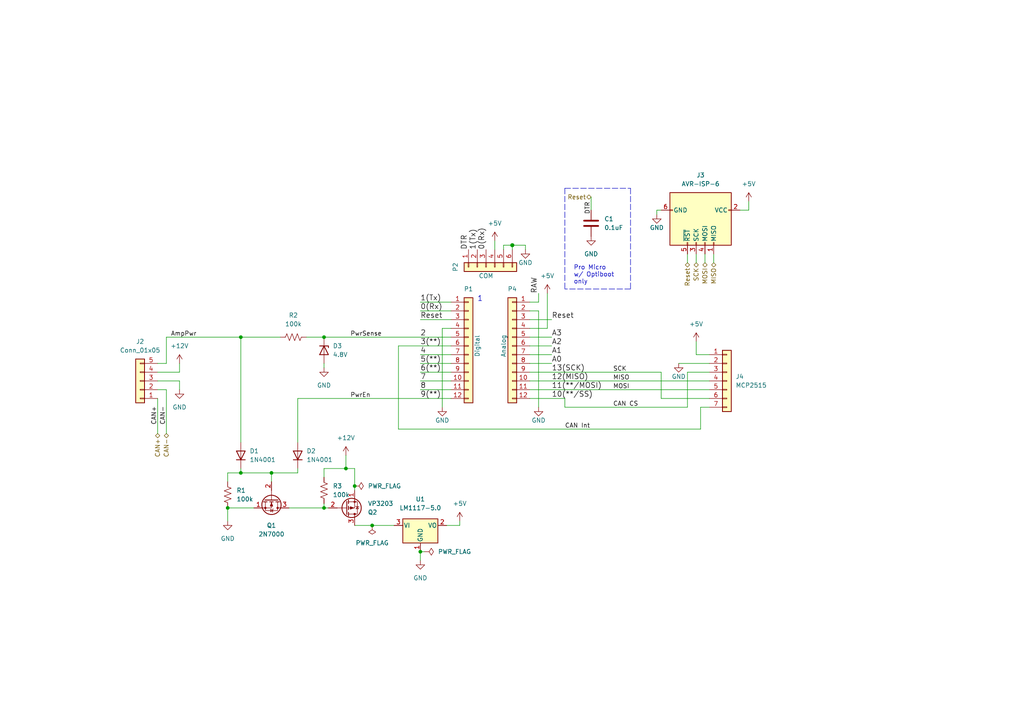
<source format=kicad_sch>
(kicad_sch (version 20211123) (generator eeschema)

  (uuid f7ebbb89-0ce3-4327-b78f-98e20a085466)

  (paper "A4")

  (title_block
    (title "VW GTI MkVI Dynaudio Amp control")
    (date "2022-05-19")
  )

  (lib_symbols
    (symbol "Connector:AVR-ISP-6" (pin_names (offset 1.016)) (in_bom yes) (on_board yes)
      (property "Reference" "J" (id 0) (at -6.35 11.43 0)
        (effects (font (size 1.27 1.27)) (justify left))
      )
      (property "Value" "AVR-ISP-6" (id 1) (at 0 11.43 0)
        (effects (font (size 1.27 1.27)) (justify left))
      )
      (property "Footprint" "" (id 2) (at -6.35 1.27 90)
        (effects (font (size 1.27 1.27)) hide)
      )
      (property "Datasheet" " ~" (id 3) (at -32.385 -13.97 0)
        (effects (font (size 1.27 1.27)) hide)
      )
      (property "ki_keywords" "AVR ISP Connector" (id 4) (at 0 0 0)
        (effects (font (size 1.27 1.27)) hide)
      )
      (property "ki_description" "Atmel 6-pin ISP connector" (id 5) (at 0 0 0)
        (effects (font (size 1.27 1.27)) hide)
      )
      (property "ki_fp_filters" "IDC?Header*2x03* Pin?Header*2x03*" (id 6) (at 0 0 0)
        (effects (font (size 1.27 1.27)) hide)
      )
      (symbol "AVR-ISP-6_0_1"
        (rectangle (start -2.667 -6.858) (end -2.413 -7.62)
          (stroke (width 0) (type default) (color 0 0 0 0))
          (fill (type none))
        )
        (rectangle (start -2.667 10.16) (end -2.413 9.398)
          (stroke (width 0) (type default) (color 0 0 0 0))
          (fill (type none))
        )
        (rectangle (start 7.62 -2.413) (end 6.858 -2.667)
          (stroke (width 0) (type default) (color 0 0 0 0))
          (fill (type none))
        )
        (rectangle (start 7.62 0.127) (end 6.858 -0.127)
          (stroke (width 0) (type default) (color 0 0 0 0))
          (fill (type none))
        )
        (rectangle (start 7.62 2.667) (end 6.858 2.413)
          (stroke (width 0) (type default) (color 0 0 0 0))
          (fill (type none))
        )
        (rectangle (start 7.62 5.207) (end 6.858 4.953)
          (stroke (width 0) (type default) (color 0 0 0 0))
          (fill (type none))
        )
        (rectangle (start 7.62 10.16) (end -7.62 -7.62)
          (stroke (width 0.254) (type default) (color 0 0 0 0))
          (fill (type background))
        )
      )
      (symbol "AVR-ISP-6_1_1"
        (pin passive line (at 10.16 5.08 180) (length 2.54)
          (name "MISO" (effects (font (size 1.27 1.27))))
          (number "1" (effects (font (size 1.27 1.27))))
        )
        (pin passive line (at -2.54 12.7 270) (length 2.54)
          (name "VCC" (effects (font (size 1.27 1.27))))
          (number "2" (effects (font (size 1.27 1.27))))
        )
        (pin passive line (at 10.16 0 180) (length 2.54)
          (name "SCK" (effects (font (size 1.27 1.27))))
          (number "3" (effects (font (size 1.27 1.27))))
        )
        (pin passive line (at 10.16 2.54 180) (length 2.54)
          (name "MOSI" (effects (font (size 1.27 1.27))))
          (number "4" (effects (font (size 1.27 1.27))))
        )
        (pin passive line (at 10.16 -2.54 180) (length 2.54)
          (name "~{RST}" (effects (font (size 1.27 1.27))))
          (number "5" (effects (font (size 1.27 1.27))))
        )
        (pin passive line (at -2.54 -10.16 90) (length 2.54)
          (name "GND" (effects (font (size 1.27 1.27))))
          (number "6" (effects (font (size 1.27 1.27))))
        )
      )
    )
    (symbol "Connector_Generic:Conn_01x05" (pin_names (offset 1.016) hide) (in_bom yes) (on_board yes)
      (property "Reference" "J" (id 0) (at 0 7.62 0)
        (effects (font (size 1.27 1.27)))
      )
      (property "Value" "Conn_01x05" (id 1) (at 0 -7.62 0)
        (effects (font (size 1.27 1.27)))
      )
      (property "Footprint" "" (id 2) (at 0 0 0)
        (effects (font (size 1.27 1.27)) hide)
      )
      (property "Datasheet" "~" (id 3) (at 0 0 0)
        (effects (font (size 1.27 1.27)) hide)
      )
      (property "ki_keywords" "connector" (id 4) (at 0 0 0)
        (effects (font (size 1.27 1.27)) hide)
      )
      (property "ki_description" "Generic connector, single row, 01x05, script generated (kicad-library-utils/schlib/autogen/connector/)" (id 5) (at 0 0 0)
        (effects (font (size 1.27 1.27)) hide)
      )
      (property "ki_fp_filters" "Connector*:*_1x??_*" (id 6) (at 0 0 0)
        (effects (font (size 1.27 1.27)) hide)
      )
      (symbol "Conn_01x05_1_1"
        (rectangle (start -1.27 -4.953) (end 0 -5.207)
          (stroke (width 0.1524) (type default) (color 0 0 0 0))
          (fill (type none))
        )
        (rectangle (start -1.27 -2.413) (end 0 -2.667)
          (stroke (width 0.1524) (type default) (color 0 0 0 0))
          (fill (type none))
        )
        (rectangle (start -1.27 0.127) (end 0 -0.127)
          (stroke (width 0.1524) (type default) (color 0 0 0 0))
          (fill (type none))
        )
        (rectangle (start -1.27 2.667) (end 0 2.413)
          (stroke (width 0.1524) (type default) (color 0 0 0 0))
          (fill (type none))
        )
        (rectangle (start -1.27 5.207) (end 0 4.953)
          (stroke (width 0.1524) (type default) (color 0 0 0 0))
          (fill (type none))
        )
        (rectangle (start -1.27 6.35) (end 1.27 -6.35)
          (stroke (width 0.254) (type default) (color 0 0 0 0))
          (fill (type background))
        )
        (pin passive line (at -5.08 5.08 0) (length 3.81)
          (name "Pin_1" (effects (font (size 1.27 1.27))))
          (number "1" (effects (font (size 1.27 1.27))))
        )
        (pin passive line (at -5.08 2.54 0) (length 3.81)
          (name "Pin_2" (effects (font (size 1.27 1.27))))
          (number "2" (effects (font (size 1.27 1.27))))
        )
        (pin passive line (at -5.08 0 0) (length 3.81)
          (name "Pin_3" (effects (font (size 1.27 1.27))))
          (number "3" (effects (font (size 1.27 1.27))))
        )
        (pin passive line (at -5.08 -2.54 0) (length 3.81)
          (name "Pin_4" (effects (font (size 1.27 1.27))))
          (number "4" (effects (font (size 1.27 1.27))))
        )
        (pin passive line (at -5.08 -5.08 0) (length 3.81)
          (name "Pin_5" (effects (font (size 1.27 1.27))))
          (number "5" (effects (font (size 1.27 1.27))))
        )
      )
    )
    (symbol "Connector_Generic:Conn_01x06" (pin_names (offset 1.016) hide) (in_bom yes) (on_board yes)
      (property "Reference" "J" (id 0) (at 0 7.62 0)
        (effects (font (size 1.27 1.27)))
      )
      (property "Value" "Conn_01x06" (id 1) (at 0 -10.16 0)
        (effects (font (size 1.27 1.27)))
      )
      (property "Footprint" "" (id 2) (at 0 0 0)
        (effects (font (size 1.27 1.27)) hide)
      )
      (property "Datasheet" "~" (id 3) (at 0 0 0)
        (effects (font (size 1.27 1.27)) hide)
      )
      (property "ki_keywords" "connector" (id 4) (at 0 0 0)
        (effects (font (size 1.27 1.27)) hide)
      )
      (property "ki_description" "Generic connector, single row, 01x06, script generated (kicad-library-utils/schlib/autogen/connector/)" (id 5) (at 0 0 0)
        (effects (font (size 1.27 1.27)) hide)
      )
      (property "ki_fp_filters" "Connector*:*_1x??_*" (id 6) (at 0 0 0)
        (effects (font (size 1.27 1.27)) hide)
      )
      (symbol "Conn_01x06_1_1"
        (rectangle (start -1.27 -7.493) (end 0 -7.747)
          (stroke (width 0.1524) (type default) (color 0 0 0 0))
          (fill (type none))
        )
        (rectangle (start -1.27 -4.953) (end 0 -5.207)
          (stroke (width 0.1524) (type default) (color 0 0 0 0))
          (fill (type none))
        )
        (rectangle (start -1.27 -2.413) (end 0 -2.667)
          (stroke (width 0.1524) (type default) (color 0 0 0 0))
          (fill (type none))
        )
        (rectangle (start -1.27 0.127) (end 0 -0.127)
          (stroke (width 0.1524) (type default) (color 0 0 0 0))
          (fill (type none))
        )
        (rectangle (start -1.27 2.667) (end 0 2.413)
          (stroke (width 0.1524) (type default) (color 0 0 0 0))
          (fill (type none))
        )
        (rectangle (start -1.27 5.207) (end 0 4.953)
          (stroke (width 0.1524) (type default) (color 0 0 0 0))
          (fill (type none))
        )
        (rectangle (start -1.27 6.35) (end 1.27 -8.89)
          (stroke (width 0.254) (type default) (color 0 0 0 0))
          (fill (type background))
        )
        (pin passive line (at -5.08 5.08 0) (length 3.81)
          (name "Pin_1" (effects (font (size 1.27 1.27))))
          (number "1" (effects (font (size 1.27 1.27))))
        )
        (pin passive line (at -5.08 2.54 0) (length 3.81)
          (name "Pin_2" (effects (font (size 1.27 1.27))))
          (number "2" (effects (font (size 1.27 1.27))))
        )
        (pin passive line (at -5.08 0 0) (length 3.81)
          (name "Pin_3" (effects (font (size 1.27 1.27))))
          (number "3" (effects (font (size 1.27 1.27))))
        )
        (pin passive line (at -5.08 -2.54 0) (length 3.81)
          (name "Pin_4" (effects (font (size 1.27 1.27))))
          (number "4" (effects (font (size 1.27 1.27))))
        )
        (pin passive line (at -5.08 -5.08 0) (length 3.81)
          (name "Pin_5" (effects (font (size 1.27 1.27))))
          (number "5" (effects (font (size 1.27 1.27))))
        )
        (pin passive line (at -5.08 -7.62 0) (length 3.81)
          (name "Pin_6" (effects (font (size 1.27 1.27))))
          (number "6" (effects (font (size 1.27 1.27))))
        )
      )
    )
    (symbol "Connector_Generic:Conn_01x07" (pin_names (offset 1.016) hide) (in_bom yes) (on_board yes)
      (property "Reference" "J" (id 0) (at 0 10.16 0)
        (effects (font (size 1.27 1.27)))
      )
      (property "Value" "Conn_01x07" (id 1) (at 0 -10.16 0)
        (effects (font (size 1.27 1.27)))
      )
      (property "Footprint" "" (id 2) (at 0 0 0)
        (effects (font (size 1.27 1.27)) hide)
      )
      (property "Datasheet" "~" (id 3) (at 0 0 0)
        (effects (font (size 1.27 1.27)) hide)
      )
      (property "ki_keywords" "connector" (id 4) (at 0 0 0)
        (effects (font (size 1.27 1.27)) hide)
      )
      (property "ki_description" "Generic connector, single row, 01x07, script generated (kicad-library-utils/schlib/autogen/connector/)" (id 5) (at 0 0 0)
        (effects (font (size 1.27 1.27)) hide)
      )
      (property "ki_fp_filters" "Connector*:*_1x??_*" (id 6) (at 0 0 0)
        (effects (font (size 1.27 1.27)) hide)
      )
      (symbol "Conn_01x07_1_1"
        (rectangle (start -1.27 -7.493) (end 0 -7.747)
          (stroke (width 0.1524) (type default) (color 0 0 0 0))
          (fill (type none))
        )
        (rectangle (start -1.27 -4.953) (end 0 -5.207)
          (stroke (width 0.1524) (type default) (color 0 0 0 0))
          (fill (type none))
        )
        (rectangle (start -1.27 -2.413) (end 0 -2.667)
          (stroke (width 0.1524) (type default) (color 0 0 0 0))
          (fill (type none))
        )
        (rectangle (start -1.27 0.127) (end 0 -0.127)
          (stroke (width 0.1524) (type default) (color 0 0 0 0))
          (fill (type none))
        )
        (rectangle (start -1.27 2.667) (end 0 2.413)
          (stroke (width 0.1524) (type default) (color 0 0 0 0))
          (fill (type none))
        )
        (rectangle (start -1.27 5.207) (end 0 4.953)
          (stroke (width 0.1524) (type default) (color 0 0 0 0))
          (fill (type none))
        )
        (rectangle (start -1.27 7.747) (end 0 7.493)
          (stroke (width 0.1524) (type default) (color 0 0 0 0))
          (fill (type none))
        )
        (rectangle (start -1.27 8.89) (end 1.27 -8.89)
          (stroke (width 0.254) (type default) (color 0 0 0 0))
          (fill (type background))
        )
        (pin passive line (at -5.08 7.62 0) (length 3.81)
          (name "Pin_1" (effects (font (size 1.27 1.27))))
          (number "1" (effects (font (size 1.27 1.27))))
        )
        (pin passive line (at -5.08 5.08 0) (length 3.81)
          (name "Pin_2" (effects (font (size 1.27 1.27))))
          (number "2" (effects (font (size 1.27 1.27))))
        )
        (pin passive line (at -5.08 2.54 0) (length 3.81)
          (name "Pin_3" (effects (font (size 1.27 1.27))))
          (number "3" (effects (font (size 1.27 1.27))))
        )
        (pin passive line (at -5.08 0 0) (length 3.81)
          (name "Pin_4" (effects (font (size 1.27 1.27))))
          (number "4" (effects (font (size 1.27 1.27))))
        )
        (pin passive line (at -5.08 -2.54 0) (length 3.81)
          (name "Pin_5" (effects (font (size 1.27 1.27))))
          (number "5" (effects (font (size 1.27 1.27))))
        )
        (pin passive line (at -5.08 -5.08 0) (length 3.81)
          (name "Pin_6" (effects (font (size 1.27 1.27))))
          (number "6" (effects (font (size 1.27 1.27))))
        )
        (pin passive line (at -5.08 -7.62 0) (length 3.81)
          (name "Pin_7" (effects (font (size 1.27 1.27))))
          (number "7" (effects (font (size 1.27 1.27))))
        )
      )
    )
    (symbol "Connector_Generic:Conn_01x12" (pin_names (offset 1.016) hide) (in_bom yes) (on_board yes)
      (property "Reference" "J" (id 0) (at 0 15.24 0)
        (effects (font (size 1.27 1.27)))
      )
      (property "Value" "Conn_01x12" (id 1) (at 0 -17.78 0)
        (effects (font (size 1.27 1.27)))
      )
      (property "Footprint" "" (id 2) (at 0 0 0)
        (effects (font (size 1.27 1.27)) hide)
      )
      (property "Datasheet" "~" (id 3) (at 0 0 0)
        (effects (font (size 1.27 1.27)) hide)
      )
      (property "ki_keywords" "connector" (id 4) (at 0 0 0)
        (effects (font (size 1.27 1.27)) hide)
      )
      (property "ki_description" "Generic connector, single row, 01x12, script generated (kicad-library-utils/schlib/autogen/connector/)" (id 5) (at 0 0 0)
        (effects (font (size 1.27 1.27)) hide)
      )
      (property "ki_fp_filters" "Connector*:*_1x??_*" (id 6) (at 0 0 0)
        (effects (font (size 1.27 1.27)) hide)
      )
      (symbol "Conn_01x12_1_1"
        (rectangle (start -1.27 -15.113) (end 0 -15.367)
          (stroke (width 0.1524) (type default) (color 0 0 0 0))
          (fill (type none))
        )
        (rectangle (start -1.27 -12.573) (end 0 -12.827)
          (stroke (width 0.1524) (type default) (color 0 0 0 0))
          (fill (type none))
        )
        (rectangle (start -1.27 -10.033) (end 0 -10.287)
          (stroke (width 0.1524) (type default) (color 0 0 0 0))
          (fill (type none))
        )
        (rectangle (start -1.27 -7.493) (end 0 -7.747)
          (stroke (width 0.1524) (type default) (color 0 0 0 0))
          (fill (type none))
        )
        (rectangle (start -1.27 -4.953) (end 0 -5.207)
          (stroke (width 0.1524) (type default) (color 0 0 0 0))
          (fill (type none))
        )
        (rectangle (start -1.27 -2.413) (end 0 -2.667)
          (stroke (width 0.1524) (type default) (color 0 0 0 0))
          (fill (type none))
        )
        (rectangle (start -1.27 0.127) (end 0 -0.127)
          (stroke (width 0.1524) (type default) (color 0 0 0 0))
          (fill (type none))
        )
        (rectangle (start -1.27 2.667) (end 0 2.413)
          (stroke (width 0.1524) (type default) (color 0 0 0 0))
          (fill (type none))
        )
        (rectangle (start -1.27 5.207) (end 0 4.953)
          (stroke (width 0.1524) (type default) (color 0 0 0 0))
          (fill (type none))
        )
        (rectangle (start -1.27 7.747) (end 0 7.493)
          (stroke (width 0.1524) (type default) (color 0 0 0 0))
          (fill (type none))
        )
        (rectangle (start -1.27 10.287) (end 0 10.033)
          (stroke (width 0.1524) (type default) (color 0 0 0 0))
          (fill (type none))
        )
        (rectangle (start -1.27 12.827) (end 0 12.573)
          (stroke (width 0.1524) (type default) (color 0 0 0 0))
          (fill (type none))
        )
        (rectangle (start -1.27 13.97) (end 1.27 -16.51)
          (stroke (width 0.254) (type default) (color 0 0 0 0))
          (fill (type background))
        )
        (pin passive line (at -5.08 12.7 0) (length 3.81)
          (name "Pin_1" (effects (font (size 1.27 1.27))))
          (number "1" (effects (font (size 1.27 1.27))))
        )
        (pin passive line (at -5.08 -10.16 0) (length 3.81)
          (name "Pin_10" (effects (font (size 1.27 1.27))))
          (number "10" (effects (font (size 1.27 1.27))))
        )
        (pin passive line (at -5.08 -12.7 0) (length 3.81)
          (name "Pin_11" (effects (font (size 1.27 1.27))))
          (number "11" (effects (font (size 1.27 1.27))))
        )
        (pin passive line (at -5.08 -15.24 0) (length 3.81)
          (name "Pin_12" (effects (font (size 1.27 1.27))))
          (number "12" (effects (font (size 1.27 1.27))))
        )
        (pin passive line (at -5.08 10.16 0) (length 3.81)
          (name "Pin_2" (effects (font (size 1.27 1.27))))
          (number "2" (effects (font (size 1.27 1.27))))
        )
        (pin passive line (at -5.08 7.62 0) (length 3.81)
          (name "Pin_3" (effects (font (size 1.27 1.27))))
          (number "3" (effects (font (size 1.27 1.27))))
        )
        (pin passive line (at -5.08 5.08 0) (length 3.81)
          (name "Pin_4" (effects (font (size 1.27 1.27))))
          (number "4" (effects (font (size 1.27 1.27))))
        )
        (pin passive line (at -5.08 2.54 0) (length 3.81)
          (name "Pin_5" (effects (font (size 1.27 1.27))))
          (number "5" (effects (font (size 1.27 1.27))))
        )
        (pin passive line (at -5.08 0 0) (length 3.81)
          (name "Pin_6" (effects (font (size 1.27 1.27))))
          (number "6" (effects (font (size 1.27 1.27))))
        )
        (pin passive line (at -5.08 -2.54 0) (length 3.81)
          (name "Pin_7" (effects (font (size 1.27 1.27))))
          (number "7" (effects (font (size 1.27 1.27))))
        )
        (pin passive line (at -5.08 -5.08 0) (length 3.81)
          (name "Pin_8" (effects (font (size 1.27 1.27))))
          (number "8" (effects (font (size 1.27 1.27))))
        )
        (pin passive line (at -5.08 -7.62 0) (length 3.81)
          (name "Pin_9" (effects (font (size 1.27 1.27))))
          (number "9" (effects (font (size 1.27 1.27))))
        )
      )
    )
    (symbol "Device:C" (pin_numbers hide) (pin_names (offset 0.254)) (in_bom yes) (on_board yes)
      (property "Reference" "C" (id 0) (at 0.635 2.54 0)
        (effects (font (size 1.27 1.27)) (justify left))
      )
      (property "Value" "C" (id 1) (at 0.635 -2.54 0)
        (effects (font (size 1.27 1.27)) (justify left))
      )
      (property "Footprint" "" (id 2) (at 0.9652 -3.81 0)
        (effects (font (size 1.27 1.27)) hide)
      )
      (property "Datasheet" "~" (id 3) (at 0 0 0)
        (effects (font (size 1.27 1.27)) hide)
      )
      (property "ki_keywords" "cap capacitor" (id 4) (at 0 0 0)
        (effects (font (size 1.27 1.27)) hide)
      )
      (property "ki_description" "Unpolarized capacitor" (id 5) (at 0 0 0)
        (effects (font (size 1.27 1.27)) hide)
      )
      (property "ki_fp_filters" "C_*" (id 6) (at 0 0 0)
        (effects (font (size 1.27 1.27)) hide)
      )
      (symbol "C_0_1"
        (polyline
          (pts
            (xy -2.032 -0.762)
            (xy 2.032 -0.762)
          )
          (stroke (width 0.508) (type default) (color 0 0 0 0))
          (fill (type none))
        )
        (polyline
          (pts
            (xy -2.032 0.762)
            (xy 2.032 0.762)
          )
          (stroke (width 0.508) (type default) (color 0 0 0 0))
          (fill (type none))
        )
      )
      (symbol "C_1_1"
        (pin passive line (at 0 3.81 270) (length 2.794)
          (name "~" (effects (font (size 1.27 1.27))))
          (number "1" (effects (font (size 1.27 1.27))))
        )
        (pin passive line (at 0 -3.81 90) (length 2.794)
          (name "~" (effects (font (size 1.27 1.27))))
          (number "2" (effects (font (size 1.27 1.27))))
        )
      )
    )
    (symbol "Device:D_Zener" (pin_numbers hide) (pin_names (offset 1.016) hide) (in_bom yes) (on_board yes)
      (property "Reference" "D" (id 0) (at 0 2.54 0)
        (effects (font (size 1.27 1.27)))
      )
      (property "Value" "D_Zener" (id 1) (at 0 -2.54 0)
        (effects (font (size 1.27 1.27)))
      )
      (property "Footprint" "" (id 2) (at 0 0 0)
        (effects (font (size 1.27 1.27)) hide)
      )
      (property "Datasheet" "~" (id 3) (at 0 0 0)
        (effects (font (size 1.27 1.27)) hide)
      )
      (property "ki_keywords" "diode" (id 4) (at 0 0 0)
        (effects (font (size 1.27 1.27)) hide)
      )
      (property "ki_description" "Zener diode" (id 5) (at 0 0 0)
        (effects (font (size 1.27 1.27)) hide)
      )
      (property "ki_fp_filters" "TO-???* *_Diode_* *SingleDiode* D_*" (id 6) (at 0 0 0)
        (effects (font (size 1.27 1.27)) hide)
      )
      (symbol "D_Zener_0_1"
        (polyline
          (pts
            (xy 1.27 0)
            (xy -1.27 0)
          )
          (stroke (width 0) (type default) (color 0 0 0 0))
          (fill (type none))
        )
        (polyline
          (pts
            (xy -1.27 -1.27)
            (xy -1.27 1.27)
            (xy -0.762 1.27)
          )
          (stroke (width 0.254) (type default) (color 0 0 0 0))
          (fill (type none))
        )
        (polyline
          (pts
            (xy 1.27 -1.27)
            (xy 1.27 1.27)
            (xy -1.27 0)
            (xy 1.27 -1.27)
          )
          (stroke (width 0.254) (type default) (color 0 0 0 0))
          (fill (type none))
        )
      )
      (symbol "D_Zener_1_1"
        (pin passive line (at -3.81 0 0) (length 2.54)
          (name "K" (effects (font (size 1.27 1.27))))
          (number "1" (effects (font (size 1.27 1.27))))
        )
        (pin passive line (at 3.81 0 180) (length 2.54)
          (name "A" (effects (font (size 1.27 1.27))))
          (number "2" (effects (font (size 1.27 1.27))))
        )
      )
    )
    (symbol "Device:R_US" (pin_numbers hide) (pin_names (offset 0)) (in_bom yes) (on_board yes)
      (property "Reference" "R" (id 0) (at 2.54 0 90)
        (effects (font (size 1.27 1.27)))
      )
      (property "Value" "R_US" (id 1) (at -2.54 0 90)
        (effects (font (size 1.27 1.27)))
      )
      (property "Footprint" "" (id 2) (at 1.016 -0.254 90)
        (effects (font (size 1.27 1.27)) hide)
      )
      (property "Datasheet" "~" (id 3) (at 0 0 0)
        (effects (font (size 1.27 1.27)) hide)
      )
      (property "ki_keywords" "R res resistor" (id 4) (at 0 0 0)
        (effects (font (size 1.27 1.27)) hide)
      )
      (property "ki_description" "Resistor, US symbol" (id 5) (at 0 0 0)
        (effects (font (size 1.27 1.27)) hide)
      )
      (property "ki_fp_filters" "R_*" (id 6) (at 0 0 0)
        (effects (font (size 1.27 1.27)) hide)
      )
      (symbol "R_US_0_1"
        (polyline
          (pts
            (xy 0 -2.286)
            (xy 0 -2.54)
          )
          (stroke (width 0) (type default) (color 0 0 0 0))
          (fill (type none))
        )
        (polyline
          (pts
            (xy 0 2.286)
            (xy 0 2.54)
          )
          (stroke (width 0) (type default) (color 0 0 0 0))
          (fill (type none))
        )
        (polyline
          (pts
            (xy 0 -0.762)
            (xy 1.016 -1.143)
            (xy 0 -1.524)
            (xy -1.016 -1.905)
            (xy 0 -2.286)
          )
          (stroke (width 0) (type default) (color 0 0 0 0))
          (fill (type none))
        )
        (polyline
          (pts
            (xy 0 0.762)
            (xy 1.016 0.381)
            (xy 0 0)
            (xy -1.016 -0.381)
            (xy 0 -0.762)
          )
          (stroke (width 0) (type default) (color 0 0 0 0))
          (fill (type none))
        )
        (polyline
          (pts
            (xy 0 2.286)
            (xy 1.016 1.905)
            (xy 0 1.524)
            (xy -1.016 1.143)
            (xy 0 0.762)
          )
          (stroke (width 0) (type default) (color 0 0 0 0))
          (fill (type none))
        )
      )
      (symbol "R_US_1_1"
        (pin passive line (at 0 3.81 270) (length 1.27)
          (name "~" (effects (font (size 1.27 1.27))))
          (number "1" (effects (font (size 1.27 1.27))))
        )
        (pin passive line (at 0 -3.81 90) (length 1.27)
          (name "~" (effects (font (size 1.27 1.27))))
          (number "2" (effects (font (size 1.27 1.27))))
        )
      )
    )
    (symbol "Diode:1N4001" (pin_numbers hide) (pin_names (offset 1.016) hide) (in_bom yes) (on_board yes)
      (property "Reference" "D" (id 0) (at 0 2.54 0)
        (effects (font (size 1.27 1.27)))
      )
      (property "Value" "1N4001" (id 1) (at 0 -2.54 0)
        (effects (font (size 1.27 1.27)))
      )
      (property "Footprint" "Diode_THT:D_DO-41_SOD81_P10.16mm_Horizontal" (id 2) (at 0 -4.445 0)
        (effects (font (size 1.27 1.27)) hide)
      )
      (property "Datasheet" "http://www.vishay.com/docs/88503/1n4001.pdf" (id 3) (at 0 0 0)
        (effects (font (size 1.27 1.27)) hide)
      )
      (property "ki_keywords" "diode" (id 4) (at 0 0 0)
        (effects (font (size 1.27 1.27)) hide)
      )
      (property "ki_description" "50V 1A General Purpose Rectifier Diode, DO-41" (id 5) (at 0 0 0)
        (effects (font (size 1.27 1.27)) hide)
      )
      (property "ki_fp_filters" "D*DO?41*" (id 6) (at 0 0 0)
        (effects (font (size 1.27 1.27)) hide)
      )
      (symbol "1N4001_0_1"
        (polyline
          (pts
            (xy -1.27 1.27)
            (xy -1.27 -1.27)
          )
          (stroke (width 0.254) (type default) (color 0 0 0 0))
          (fill (type none))
        )
        (polyline
          (pts
            (xy 1.27 0)
            (xy -1.27 0)
          )
          (stroke (width 0) (type default) (color 0 0 0 0))
          (fill (type none))
        )
        (polyline
          (pts
            (xy 1.27 1.27)
            (xy 1.27 -1.27)
            (xy -1.27 0)
            (xy 1.27 1.27)
          )
          (stroke (width 0.254) (type default) (color 0 0 0 0))
          (fill (type none))
        )
      )
      (symbol "1N4001_1_1"
        (pin passive line (at -3.81 0 0) (length 2.54)
          (name "K" (effects (font (size 1.27 1.27))))
          (number "1" (effects (font (size 1.27 1.27))))
        )
        (pin passive line (at 3.81 0 180) (length 2.54)
          (name "A" (effects (font (size 1.27 1.27))))
          (number "2" (effects (font (size 1.27 1.27))))
        )
      )
    )
    (symbol "Regulator_Linear:LM1117-5.0" (pin_names (offset 0.254)) (in_bom yes) (on_board yes)
      (property "Reference" "U" (id 0) (at -3.81 3.175 0)
        (effects (font (size 1.27 1.27)))
      )
      (property "Value" "LM1117-5.0" (id 1) (at 0 3.175 0)
        (effects (font (size 1.27 1.27)) (justify left))
      )
      (property "Footprint" "" (id 2) (at 0 0 0)
        (effects (font (size 1.27 1.27)) hide)
      )
      (property "Datasheet" "http://www.ti.com/lit/ds/symlink/lm1117.pdf" (id 3) (at 0 0 0)
        (effects (font (size 1.27 1.27)) hide)
      )
      (property "ki_keywords" "linear regulator ldo fixed positive" (id 4) (at 0 0 0)
        (effects (font (size 1.27 1.27)) hide)
      )
      (property "ki_description" "800mA Low-Dropout Linear Regulator, 5.0V fixed output, TO-220/TO-252/TO-263/SOT-223" (id 5) (at 0 0 0)
        (effects (font (size 1.27 1.27)) hide)
      )
      (property "ki_fp_filters" "SOT?223* TO?263* TO?252* TO?220*" (id 6) (at 0 0 0)
        (effects (font (size 1.27 1.27)) hide)
      )
      (symbol "LM1117-5.0_0_1"
        (rectangle (start -5.08 -5.08) (end 5.08 1.905)
          (stroke (width 0.254) (type default) (color 0 0 0 0))
          (fill (type background))
        )
      )
      (symbol "LM1117-5.0_1_1"
        (pin power_in line (at 0 -7.62 90) (length 2.54)
          (name "GND" (effects (font (size 1.27 1.27))))
          (number "1" (effects (font (size 1.27 1.27))))
        )
        (pin power_out line (at 7.62 0 180) (length 2.54)
          (name "VO" (effects (font (size 1.27 1.27))))
          (number "2" (effects (font (size 1.27 1.27))))
        )
        (pin power_in line (at -7.62 0 0) (length 2.54)
          (name "VI" (effects (font (size 1.27 1.27))))
          (number "3" (effects (font (size 1.27 1.27))))
        )
      )
    )
    (symbol "Transistor_FET:2N7000" (pin_names hide) (in_bom yes) (on_board yes)
      (property "Reference" "Q" (id 0) (at 5.08 1.905 0)
        (effects (font (size 1.27 1.27)) (justify left))
      )
      (property "Value" "2N7000" (id 1) (at 5.08 0 0)
        (effects (font (size 1.27 1.27)) (justify left))
      )
      (property "Footprint" "Package_TO_SOT_THT:TO-92_Inline" (id 2) (at 5.08 -1.905 0)
        (effects (font (size 1.27 1.27) italic) (justify left) hide)
      )
      (property "Datasheet" "https://www.vishay.com/docs/70226/70226.pdf" (id 3) (at 0 0 0)
        (effects (font (size 1.27 1.27)) (justify left) hide)
      )
      (property "ki_keywords" "N-Channel MOSFET Logic-Level" (id 4) (at 0 0 0)
        (effects (font (size 1.27 1.27)) hide)
      )
      (property "ki_description" "0.2A Id, 200V Vds, N-Channel MOSFET, 2.6V Logic Level, TO-92" (id 5) (at 0 0 0)
        (effects (font (size 1.27 1.27)) hide)
      )
      (property "ki_fp_filters" "TO?92*" (id 6) (at 0 0 0)
        (effects (font (size 1.27 1.27)) hide)
      )
      (symbol "2N7000_0_1"
        (polyline
          (pts
            (xy 0.254 0)
            (xy -2.54 0)
          )
          (stroke (width 0) (type default) (color 0 0 0 0))
          (fill (type none))
        )
        (polyline
          (pts
            (xy 0.254 1.905)
            (xy 0.254 -1.905)
          )
          (stroke (width 0.254) (type default) (color 0 0 0 0))
          (fill (type none))
        )
        (polyline
          (pts
            (xy 0.762 -1.27)
            (xy 0.762 -2.286)
          )
          (stroke (width 0.254) (type default) (color 0 0 0 0))
          (fill (type none))
        )
        (polyline
          (pts
            (xy 0.762 0.508)
            (xy 0.762 -0.508)
          )
          (stroke (width 0.254) (type default) (color 0 0 0 0))
          (fill (type none))
        )
        (polyline
          (pts
            (xy 0.762 2.286)
            (xy 0.762 1.27)
          )
          (stroke (width 0.254) (type default) (color 0 0 0 0))
          (fill (type none))
        )
        (polyline
          (pts
            (xy 2.54 2.54)
            (xy 2.54 1.778)
          )
          (stroke (width 0) (type default) (color 0 0 0 0))
          (fill (type none))
        )
        (polyline
          (pts
            (xy 2.54 -2.54)
            (xy 2.54 0)
            (xy 0.762 0)
          )
          (stroke (width 0) (type default) (color 0 0 0 0))
          (fill (type none))
        )
        (polyline
          (pts
            (xy 0.762 -1.778)
            (xy 3.302 -1.778)
            (xy 3.302 1.778)
            (xy 0.762 1.778)
          )
          (stroke (width 0) (type default) (color 0 0 0 0))
          (fill (type none))
        )
        (polyline
          (pts
            (xy 1.016 0)
            (xy 2.032 0.381)
            (xy 2.032 -0.381)
            (xy 1.016 0)
          )
          (stroke (width 0) (type default) (color 0 0 0 0))
          (fill (type outline))
        )
        (polyline
          (pts
            (xy 2.794 0.508)
            (xy 2.921 0.381)
            (xy 3.683 0.381)
            (xy 3.81 0.254)
          )
          (stroke (width 0) (type default) (color 0 0 0 0))
          (fill (type none))
        )
        (polyline
          (pts
            (xy 3.302 0.381)
            (xy 2.921 -0.254)
            (xy 3.683 -0.254)
            (xy 3.302 0.381)
          )
          (stroke (width 0) (type default) (color 0 0 0 0))
          (fill (type none))
        )
        (circle (center 1.651 0) (radius 2.794)
          (stroke (width 0.254) (type default) (color 0 0 0 0))
          (fill (type none))
        )
        (circle (center 2.54 -1.778) (radius 0.254)
          (stroke (width 0) (type default) (color 0 0 0 0))
          (fill (type outline))
        )
        (circle (center 2.54 1.778) (radius 0.254)
          (stroke (width 0) (type default) (color 0 0 0 0))
          (fill (type outline))
        )
      )
      (symbol "2N7000_1_1"
        (pin passive line (at 2.54 -5.08 90) (length 2.54)
          (name "S" (effects (font (size 1.27 1.27))))
          (number "1" (effects (font (size 1.27 1.27))))
        )
        (pin input line (at -5.08 0 0) (length 2.54)
          (name "G" (effects (font (size 1.27 1.27))))
          (number "2" (effects (font (size 1.27 1.27))))
        )
        (pin passive line (at 2.54 5.08 270) (length 2.54)
          (name "D" (effects (font (size 1.27 1.27))))
          (number "3" (effects (font (size 1.27 1.27))))
        )
      )
    )
    (symbol "Transistor_FET:BS250" (pin_names hide) (in_bom yes) (on_board yes)
      (property "Reference" "Q2" (id 0) (at 6.35 1.2701 0)
        (effects (font (size 1.27 1.27)) (justify left))
      )
      (property "Value" "VP3203" (id 1) (at 6.35 -1.2699 0)
        (effects (font (size 1.27 1.27)) (justify left))
      )
      (property "Footprint" "Package_TO_SOT_THT:TO-92_Inline" (id 2) (at 5.08 1.905 0)
        (effects (font (size 1.27 1.27) italic) (justify left) hide)
      )
      (property "Datasheet" "http://www.vishay.com/docs/70209/70209.pdf" (id 3) (at 0 0 0)
        (effects (font (size 1.27 1.27)) (justify left) hide)
      )
      (property "ki_keywords" "P-Channel MOSFET" (id 4) (at 0 0 0)
        (effects (font (size 1.27 1.27)) hide)
      )
      (property "ki_description" "-0.18A Id, -45V Vds, P-Channel MOSFET, TO-92" (id 5) (at 0 0 0)
        (effects (font (size 1.27 1.27)) hide)
      )
      (property "ki_fp_filters" "TO?92*" (id 6) (at 0 0 0)
        (effects (font (size 1.27 1.27)) hide)
      )
      (symbol "BS250_0_1"
        (polyline
          (pts
            (xy 0.254 0)
            (xy -2.54 0)
          )
          (stroke (width 0) (type default) (color 0 0 0 0))
          (fill (type none))
        )
        (polyline
          (pts
            (xy 0.254 1.905)
            (xy 0.254 -1.905)
          )
          (stroke (width 0.254) (type default) (color 0 0 0 0))
          (fill (type none))
        )
        (polyline
          (pts
            (xy 0.762 -1.27)
            (xy 0.762 -2.286)
          )
          (stroke (width 0.254) (type default) (color 0 0 0 0))
          (fill (type none))
        )
        (polyline
          (pts
            (xy 0.762 0.508)
            (xy 0.762 -0.508)
          )
          (stroke (width 0.254) (type default) (color 0 0 0 0))
          (fill (type none))
        )
        (polyline
          (pts
            (xy 0.762 2.286)
            (xy 0.762 1.27)
          )
          (stroke (width 0.254) (type default) (color 0 0 0 0))
          (fill (type none))
        )
        (polyline
          (pts
            (xy 2.54 2.54)
            (xy 2.54 1.778)
          )
          (stroke (width 0) (type default) (color 0 0 0 0))
          (fill (type none))
        )
        (polyline
          (pts
            (xy 2.54 -2.54)
            (xy 2.54 0)
            (xy 0.762 0)
          )
          (stroke (width 0) (type default) (color 0 0 0 0))
          (fill (type none))
        )
        (polyline
          (pts
            (xy 0.762 1.778)
            (xy 3.302 1.778)
            (xy 3.302 -1.778)
            (xy 0.762 -1.778)
          )
          (stroke (width 0) (type default) (color 0 0 0 0))
          (fill (type none))
        )
        (polyline
          (pts
            (xy 2.286 0)
            (xy 1.27 0.381)
            (xy 1.27 -0.381)
            (xy 2.286 0)
          )
          (stroke (width 0) (type default) (color 0 0 0 0))
          (fill (type outline))
        )
        (polyline
          (pts
            (xy 2.794 -0.508)
            (xy 2.921 -0.381)
            (xy 3.683 -0.381)
            (xy 3.81 -0.254)
          )
          (stroke (width 0) (type default) (color 0 0 0 0))
          (fill (type none))
        )
        (polyline
          (pts
            (xy 3.302 -0.381)
            (xy 2.921 0.254)
            (xy 3.683 0.254)
            (xy 3.302 -0.381)
          )
          (stroke (width 0) (type default) (color 0 0 0 0))
          (fill (type none))
        )
        (circle (center 1.651 0) (radius 2.794)
          (stroke (width 0.254) (type default) (color 0 0 0 0))
          (fill (type none))
        )
        (circle (center 2.54 -1.778) (radius 0.254)
          (stroke (width 0) (type default) (color 0 0 0 0))
          (fill (type outline))
        )
        (circle (center 2.54 1.778) (radius 0.254)
          (stroke (width 0) (type default) (color 0 0 0 0))
          (fill (type outline))
        )
      )
      (symbol "BS250_1_1"
        (pin passive line (at 2.54 -5.08 90) (length 2.54)
          (name "D" (effects (font (size 1.27 1.27))))
          (number "1" (effects (font (size 1.27 1.27))))
        )
        (pin input line (at -5.08 0 0) (length 2.54)
          (name "G" (effects (font (size 1.27 1.27))))
          (number "2" (effects (font (size 1.27 1.27))))
        )
        (pin passive line (at 2.54 5.08 270) (length 2.54)
          (name "S" (effects (font (size 1.27 1.27))))
          (number "3" (effects (font (size 1.27 1.27))))
        )
      )
    )
    (symbol "power:+12V" (power) (pin_names (offset 0)) (in_bom yes) (on_board yes)
      (property "Reference" "#PWR" (id 0) (at 0 -3.81 0)
        (effects (font (size 1.27 1.27)) hide)
      )
      (property "Value" "+12V" (id 1) (at 0 3.556 0)
        (effects (font (size 1.27 1.27)))
      )
      (property "Footprint" "" (id 2) (at 0 0 0)
        (effects (font (size 1.27 1.27)) hide)
      )
      (property "Datasheet" "" (id 3) (at 0 0 0)
        (effects (font (size 1.27 1.27)) hide)
      )
      (property "ki_keywords" "power-flag" (id 4) (at 0 0 0)
        (effects (font (size 1.27 1.27)) hide)
      )
      (property "ki_description" "Power symbol creates a global label with name \"+12V\"" (id 5) (at 0 0 0)
        (effects (font (size 1.27 1.27)) hide)
      )
      (symbol "+12V_0_1"
        (polyline
          (pts
            (xy -0.762 1.27)
            (xy 0 2.54)
          )
          (stroke (width 0) (type default) (color 0 0 0 0))
          (fill (type none))
        )
        (polyline
          (pts
            (xy 0 0)
            (xy 0 2.54)
          )
          (stroke (width 0) (type default) (color 0 0 0 0))
          (fill (type none))
        )
        (polyline
          (pts
            (xy 0 2.54)
            (xy 0.762 1.27)
          )
          (stroke (width 0) (type default) (color 0 0 0 0))
          (fill (type none))
        )
      )
      (symbol "+12V_1_1"
        (pin power_in line (at 0 0 90) (length 0) hide
          (name "+12V" (effects (font (size 1.27 1.27))))
          (number "1" (effects (font (size 1.27 1.27))))
        )
      )
    )
    (symbol "power:+5V" (power) (pin_names (offset 0)) (in_bom yes) (on_board yes)
      (property "Reference" "#PWR" (id 0) (at 0 -3.81 0)
        (effects (font (size 1.27 1.27)) hide)
      )
      (property "Value" "+5V" (id 1) (at 0 3.556 0)
        (effects (font (size 1.27 1.27)))
      )
      (property "Footprint" "" (id 2) (at 0 0 0)
        (effects (font (size 1.27 1.27)) hide)
      )
      (property "Datasheet" "" (id 3) (at 0 0 0)
        (effects (font (size 1.27 1.27)) hide)
      )
      (property "ki_keywords" "power-flag" (id 4) (at 0 0 0)
        (effects (font (size 1.27 1.27)) hide)
      )
      (property "ki_description" "Power symbol creates a global label with name \"+5V\"" (id 5) (at 0 0 0)
        (effects (font (size 1.27 1.27)) hide)
      )
      (symbol "+5V_0_1"
        (polyline
          (pts
            (xy -0.762 1.27)
            (xy 0 2.54)
          )
          (stroke (width 0) (type default) (color 0 0 0 0))
          (fill (type none))
        )
        (polyline
          (pts
            (xy 0 0)
            (xy 0 2.54)
          )
          (stroke (width 0) (type default) (color 0 0 0 0))
          (fill (type none))
        )
        (polyline
          (pts
            (xy 0 2.54)
            (xy 0.762 1.27)
          )
          (stroke (width 0) (type default) (color 0 0 0 0))
          (fill (type none))
        )
      )
      (symbol "+5V_1_1"
        (pin power_in line (at 0 0 90) (length 0) hide
          (name "+5V" (effects (font (size 1.27 1.27))))
          (number "1" (effects (font (size 1.27 1.27))))
        )
      )
    )
    (symbol "power:GND" (power) (pin_names (offset 0)) (in_bom yes) (on_board yes)
      (property "Reference" "#PWR" (id 0) (at 0 -6.35 0)
        (effects (font (size 1.27 1.27)) hide)
      )
      (property "Value" "GND" (id 1) (at 0 -3.81 0)
        (effects (font (size 1.27 1.27)))
      )
      (property "Footprint" "" (id 2) (at 0 0 0)
        (effects (font (size 1.27 1.27)) hide)
      )
      (property "Datasheet" "" (id 3) (at 0 0 0)
        (effects (font (size 1.27 1.27)) hide)
      )
      (property "ki_keywords" "power-flag" (id 4) (at 0 0 0)
        (effects (font (size 1.27 1.27)) hide)
      )
      (property "ki_description" "Power symbol creates a global label with name \"GND\" , ground" (id 5) (at 0 0 0)
        (effects (font (size 1.27 1.27)) hide)
      )
      (symbol "GND_0_1"
        (polyline
          (pts
            (xy 0 0)
            (xy 0 -1.27)
            (xy 1.27 -1.27)
            (xy 0 -2.54)
            (xy -1.27 -1.27)
            (xy 0 -1.27)
          )
          (stroke (width 0) (type default) (color 0 0 0 0))
          (fill (type none))
        )
      )
      (symbol "GND_1_1"
        (pin power_in line (at 0 0 270) (length 0) hide
          (name "GND" (effects (font (size 1.27 1.27))))
          (number "1" (effects (font (size 1.27 1.27))))
        )
      )
    )
    (symbol "power:PWR_FLAG" (power) (pin_numbers hide) (pin_names (offset 0) hide) (in_bom yes) (on_board yes)
      (property "Reference" "#FLG" (id 0) (at 0 1.905 0)
        (effects (font (size 1.27 1.27)) hide)
      )
      (property "Value" "PWR_FLAG" (id 1) (at 0 3.81 0)
        (effects (font (size 1.27 1.27)))
      )
      (property "Footprint" "" (id 2) (at 0 0 0)
        (effects (font (size 1.27 1.27)) hide)
      )
      (property "Datasheet" "~" (id 3) (at 0 0 0)
        (effects (font (size 1.27 1.27)) hide)
      )
      (property "ki_keywords" "power-flag" (id 4) (at 0 0 0)
        (effects (font (size 1.27 1.27)) hide)
      )
      (property "ki_description" "Special symbol for telling ERC where power comes from" (id 5) (at 0 0 0)
        (effects (font (size 1.27 1.27)) hide)
      )
      (symbol "PWR_FLAG_0_0"
        (pin power_out line (at 0 0 90) (length 0)
          (name "pwr" (effects (font (size 1.27 1.27))))
          (number "1" (effects (font (size 1.27 1.27))))
        )
      )
      (symbol "PWR_FLAG_0_1"
        (polyline
          (pts
            (xy 0 0)
            (xy 0 1.27)
            (xy -1.016 1.905)
            (xy 0 2.54)
            (xy 1.016 1.905)
            (xy 0 1.27)
          )
          (stroke (width 0) (type default) (color 0 0 0 0))
          (fill (type none))
        )
      )
    )
  )


  (junction (at 100.33 135.89) (diameter 0) (color 0 0 0 0)
    (uuid 1926c25e-e52e-4ef8-b093-bca3c9e6986f)
  )
  (junction (at 121.92 160.02) (diameter 0) (color 0 0 0 0)
    (uuid 4d5b6d58-5fd6-4e7e-b964-a8e5c4e4a4fb)
  )
  (junction (at 93.98 97.79) (diameter 0) (color 0 0 0 0)
    (uuid 5ad8ece5-f236-4872-9793-06f3a00e8aa3)
  )
  (junction (at 66.04 147.32) (diameter 0) (color 0 0 0 0)
    (uuid 5f8bf519-3374-4c1b-a5f8-fcfba9e72fd1)
  )
  (junction (at 148.59 71.12) (diameter 1.016) (color 0 0 0 0)
    (uuid 7a73369b-486c-4cd7-8d0c-3a308de16d11)
  )
  (junction (at 93.98 147.32) (diameter 0) (color 0 0 0 0)
    (uuid 7fd8d6f3-2cbc-43fb-ac81-b70a2133351d)
  )
  (junction (at 69.85 137.16) (diameter 0) (color 0 0 0 0)
    (uuid a0962b1c-ef2d-40d5-a9a8-02aa78dc6c8e)
  )
  (junction (at 102.87 140.97) (diameter 0) (color 0 0 0 0)
    (uuid bf2e6e0c-a1b1-42d7-8ac8-e531f1fc7fd0)
  )
  (junction (at 78.74 137.16) (diameter 0) (color 0 0 0 0)
    (uuid d73d9b30-7b21-41ad-b0af-8b74e30e9793)
  )
  (junction (at 107.95 152.4) (diameter 0) (color 0 0 0 0)
    (uuid e84deaf4-1eb4-4c21-8e49-e175cb69599a)
  )
  (junction (at 69.85 97.79) (diameter 0) (color 0 0 0 0)
    (uuid f138ee2e-19f7-4b2e-9704-655a76e26d8f)
  )

  (wire (pts (xy 102.87 135.89) (xy 102.87 140.97))
    (stroke (width 0) (type default) (color 0 0 0 0))
    (uuid 08db931e-0107-43cd-a014-3a42f181b19a)
  )
  (wire (pts (xy 93.98 135.89) (xy 93.98 138.43))
    (stroke (width 0) (type default) (color 0 0 0 0))
    (uuid 0d346c2d-1967-4d2b-89d9-1f342526560a)
  )
  (wire (pts (xy 201.93 73.66) (xy 201.93 76.2))
    (stroke (width 0) (type default) (color 0 0 0 0))
    (uuid 0df5f8d8-5f0e-4b92-b44f-7ec6286f51f1)
  )
  (wire (pts (xy 102.87 140.97) (xy 102.87 142.24))
    (stroke (width 0) (type default) (color 0 0 0 0))
    (uuid 102fa496-b6f4-4c65-a9f0-9c77cc2c6bfd)
  )
  (wire (pts (xy 88.9 97.79) (xy 93.98 97.79))
    (stroke (width 0) (type default) (color 0 0 0 0))
    (uuid 110f4032-65b9-4602-a0d4-ca3647c93d03)
  )
  (polyline (pts (xy 163.83 54.61) (xy 163.83 83.82))
    (stroke (width 0) (type default) (color 0 0 0 0))
    (uuid 127ce143-66b5-4a62-8517-ff9f52b30256)
  )

  (wire (pts (xy 199.39 107.95) (xy 199.39 118.11))
    (stroke (width 0) (type default) (color 0 0 0 0))
    (uuid 17fe7d7a-1f4f-47d7-bc43-0eae637224ca)
  )
  (wire (pts (xy 115.57 100.33) (xy 115.57 124.46))
    (stroke (width 0) (type default) (color 0 0 0 0))
    (uuid 1b101d21-5877-4616-9fae-7e4a62b5305c)
  )
  (wire (pts (xy 93.98 97.79) (xy 130.81 97.79))
    (stroke (width 0) (type solid) (color 0 0 0 0))
    (uuid 1d03595d-f5a2-48d0-ba93-c8ee354caeac)
  )
  (wire (pts (xy 148.59 71.12) (xy 148.59 72.39))
    (stroke (width 0) (type solid) (color 0 0 0 0))
    (uuid 1dbb7f61-764f-4fdc-b337-0a1adbb1c449)
  )
  (wire (pts (xy 160.02 102.87) (xy 153.67 102.87))
    (stroke (width 0) (type solid) (color 0 0 0 0))
    (uuid 1e3f933f-87f2-4323-bb6f-92dd78edb21d)
  )
  (wire (pts (xy 52.07 105.41) (xy 52.07 107.95))
    (stroke (width 0) (type default) (color 0 0 0 0))
    (uuid 21b94459-603d-4636-8747-9547c9d8f23d)
  )
  (wire (pts (xy 45.72 115.57) (xy 45.72 125.73))
    (stroke (width 0) (type default) (color 0 0 0 0))
    (uuid 22048d57-20fb-48a4-a7f2-573d43bbb974)
  )
  (wire (pts (xy 171.45 57.15) (xy 171.45 60.96))
    (stroke (width 0) (type default) (color 0 0 0 0))
    (uuid 255ab3aa-1646-4f18-9855-8a1728596981)
  )
  (wire (pts (xy 86.36 137.16) (xy 86.36 135.89))
    (stroke (width 0) (type default) (color 0 0 0 0))
    (uuid 273178cf-46d7-4654-ae64-020222b4c88d)
  )
  (wire (pts (xy 121.92 105.41) (xy 130.81 105.41))
    (stroke (width 0) (type solid) (color 0 0 0 0))
    (uuid 2d4e9669-21fd-4a79-ba20-df76164faf41)
  )
  (wire (pts (xy 191.77 115.57) (xy 205.74 115.57))
    (stroke (width 0) (type default) (color 0 0 0 0))
    (uuid 344c8819-4a47-489d-a635-d737c562371b)
  )
  (wire (pts (xy 191.77 60.96) (xy 190.5 60.96))
    (stroke (width 0) (type default) (color 0 0 0 0))
    (uuid 345a809f-f6f2-47f3-96aa-48a129e0b57e)
  )
  (wire (pts (xy 48.26 113.03) (xy 48.26 125.73))
    (stroke (width 0) (type default) (color 0 0 0 0))
    (uuid 37f67140-4c7d-4d5c-8399-ddaa2a7c4763)
  )
  (wire (pts (xy 156.21 85.09) (xy 156.21 87.63))
    (stroke (width 0) (type solid) (color 0 0 0 0))
    (uuid 3ae708e5-d77f-4e5c-98ec-49327d0a729e)
  )
  (wire (pts (xy 205.74 107.95) (xy 199.39 107.95))
    (stroke (width 0) (type default) (color 0 0 0 0))
    (uuid 3db6ef1c-dfd4-4296-8bae-e9336fdcdadd)
  )
  (wire (pts (xy 205.74 102.87) (xy 201.93 102.87))
    (stroke (width 0) (type default) (color 0 0 0 0))
    (uuid 402e23fe-fb04-4d22-815a-088f2fd26aef)
  )
  (wire (pts (xy 69.85 97.79) (xy 81.28 97.79))
    (stroke (width 0) (type default) (color 0 0 0 0))
    (uuid 408d99c6-3022-46a3-8cbd-8b03054dc96e)
  )
  (wire (pts (xy 156.21 87.63) (xy 153.67 87.63))
    (stroke (width 0) (type solid) (color 0 0 0 0))
    (uuid 45d9ca1d-7f5b-42b6-88e6-39b786fea8f3)
  )
  (wire (pts (xy 86.36 115.57) (xy 86.36 128.27))
    (stroke (width 0) (type default) (color 0 0 0 0))
    (uuid 47181d02-94d7-4505-8d42-c8fee0295412)
  )
  (wire (pts (xy 100.33 132.08) (xy 100.33 135.89))
    (stroke (width 0) (type default) (color 0 0 0 0))
    (uuid 493d0c02-32b5-4428-9618-f129a99ea4c6)
  )
  (wire (pts (xy 48.26 97.79) (xy 69.85 97.79))
    (stroke (width 0) (type default) (color 0 0 0 0))
    (uuid 4a9bfd9e-aff6-41f1-a5e2-f26d1e3b2b8f)
  )
  (wire (pts (xy 78.74 137.16) (xy 78.74 139.7))
    (stroke (width 0) (type default) (color 0 0 0 0))
    (uuid 4ca8ae2e-d41b-42fe-8c4b-33046c0a9205)
  )
  (wire (pts (xy 130.81 113.03) (xy 121.92 113.03))
    (stroke (width 0) (type solid) (color 0 0 0 0))
    (uuid 4cfb04a1-46ef-423c-91b6-41d1adbd4588)
  )
  (wire (pts (xy 153.67 100.33) (xy 160.02 100.33))
    (stroke (width 0) (type solid) (color 0 0 0 0))
    (uuid 4f81584f-5120-48d2-adec-d182804f96c2)
  )
  (wire (pts (xy 199.39 118.11) (xy 163.83 118.11))
    (stroke (width 0) (type default) (color 0 0 0 0))
    (uuid 5010a289-5999-48d7-aa1b-ea9ac792add0)
  )
  (wire (pts (xy 158.75 95.25) (xy 158.75 85.09))
    (stroke (width 0) (type solid) (color 0 0 0 0))
    (uuid 54baf1ce-7b44-496d-92dc-b7e408edffda)
  )
  (wire (pts (xy 100.33 135.89) (xy 102.87 135.89))
    (stroke (width 0) (type default) (color 0 0 0 0))
    (uuid 581df1f8-419d-40ed-a15e-1d0cb68bc6f8)
  )
  (wire (pts (xy 153.67 95.25) (xy 158.75 95.25))
    (stroke (width 0) (type solid) (color 0 0 0 0))
    (uuid 5a542f9a-ef37-4eeb-bcdf-a8618ea94d1c)
  )
  (wire (pts (xy 48.26 105.41) (xy 45.72 105.41))
    (stroke (width 0) (type default) (color 0 0 0 0))
    (uuid 5a686ca6-ce92-4d9d-bf1a-1a4c91f431d2)
  )
  (wire (pts (xy 130.81 95.25) (xy 128.27 95.25))
    (stroke (width 0) (type solid) (color 0 0 0 0))
    (uuid 5dbb4493-c4cd-4c6c-a4ee-1cab740e0caa)
  )
  (wire (pts (xy 204.47 73.66) (xy 204.47 76.2))
    (stroke (width 0) (type default) (color 0 0 0 0))
    (uuid 63e8c01b-686d-472d-ac9c-b8de82825814)
  )
  (wire (pts (xy 143.51 69.85) (xy 143.51 72.39))
    (stroke (width 0) (type default) (color 0 0 0 0))
    (uuid 64145a30-8eba-4e72-8e52-866b50b58ac4)
  )
  (wire (pts (xy 203.2 124.46) (xy 203.2 118.11))
    (stroke (width 0) (type default) (color 0 0 0 0))
    (uuid 6af5ded9-75ac-4956-91eb-09e6c85d80dd)
  )
  (wire (pts (xy 69.85 137.16) (xy 78.74 137.16))
    (stroke (width 0) (type default) (color 0 0 0 0))
    (uuid 6fd3a10f-0ce8-41ac-980d-65de9cd74136)
  )
  (wire (pts (xy 48.26 97.79) (xy 48.26 105.41))
    (stroke (width 0) (type default) (color 0 0 0 0))
    (uuid 77a48ea6-359e-4857-8fac-807b92648bf5)
  )
  (wire (pts (xy 121.92 90.17) (xy 130.81 90.17))
    (stroke (width 0) (type solid) (color 0 0 0 0))
    (uuid 77dd7923-5a8f-4ac5-b966-277462a17ccb)
  )
  (wire (pts (xy 148.59 71.12) (xy 152.4 71.12))
    (stroke (width 0) (type solid) (color 0 0 0 0))
    (uuid 7e173435-bbec-44cf-b211-515910e6ce2e)
  )
  (wire (pts (xy 78.74 137.16) (xy 86.36 137.16))
    (stroke (width 0) (type default) (color 0 0 0 0))
    (uuid 7f5bb8af-31eb-4af7-a989-43fcffec1958)
  )
  (wire (pts (xy 153.67 90.17) (xy 156.21 90.17))
    (stroke (width 0) (type solid) (color 0 0 0 0))
    (uuid 8413677f-5481-4b07-a2fb-265599945343)
  )
  (wire (pts (xy 156.21 90.17) (xy 156.21 118.11))
    (stroke (width 0) (type solid) (color 0 0 0 0))
    (uuid 84e855d5-a038-4e5a-94aa-eaf6a2a41b4a)
  )
  (wire (pts (xy 121.92 160.02) (xy 123.19 160.02))
    (stroke (width 0) (type default) (color 0 0 0 0))
    (uuid 86dcc931-6627-42e0-99cd-44a817dbf601)
  )
  (wire (pts (xy 201.93 99.06) (xy 201.93 102.87))
    (stroke (width 0) (type default) (color 0 0 0 0))
    (uuid 8a5004f5-fa6f-4da1-a23a-eb4bbaf338f1)
  )
  (wire (pts (xy 69.85 97.79) (xy 69.85 128.27))
    (stroke (width 0) (type default) (color 0 0 0 0))
    (uuid 936bef24-a4cf-4f87-8e32-a6ae419093a1)
  )
  (wire (pts (xy 207.01 73.66) (xy 207.01 76.2))
    (stroke (width 0) (type default) (color 0 0 0 0))
    (uuid 94d6c31a-d753-4df1-8fda-e2cf8b0fb862)
  )
  (wire (pts (xy 196.85 105.41) (xy 205.74 105.41))
    (stroke (width 0) (type default) (color 0 0 0 0))
    (uuid 9596cbfd-875c-47e9-af9a-912adedc0d84)
  )
  (wire (pts (xy 69.85 135.89) (xy 69.85 137.16))
    (stroke (width 0) (type default) (color 0 0 0 0))
    (uuid 98b74dc5-c6ad-4fda-a194-277a02986580)
  )
  (wire (pts (xy 121.92 110.49) (xy 130.81 110.49))
    (stroke (width 0) (type solid) (color 0 0 0 0))
    (uuid 9a005e12-f172-443a-9362-2518644a842b)
  )
  (wire (pts (xy 199.39 73.66) (xy 199.39 76.2))
    (stroke (width 0) (type default) (color 0 0 0 0))
    (uuid 9cac5266-5525-4a9f-a4e0-dd67c75846dc)
  )
  (wire (pts (xy 129.54 152.4) (xy 133.35 152.4))
    (stroke (width 0) (type default) (color 0 0 0 0))
    (uuid 9e4a1376-6825-4e00-8033-435d77021178)
  )
  (wire (pts (xy 153.67 105.41) (xy 160.02 105.41))
    (stroke (width 0) (type solid) (color 0 0 0 0))
    (uuid a2275aed-f612-4590-a5dc-6f1896f2ab63)
  )
  (wire (pts (xy 191.77 107.95) (xy 191.77 115.57))
    (stroke (width 0) (type default) (color 0 0 0 0))
    (uuid a28b6fc3-2dee-4677-816d-c4e4028aaf86)
  )
  (wire (pts (xy 153.67 113.03) (xy 205.74 113.03))
    (stroke (width 0) (type default) (color 0 0 0 0))
    (uuid a4a19cd7-6a66-45c9-a6c6-1c580f07973a)
  )
  (wire (pts (xy 115.57 124.46) (xy 203.2 124.46))
    (stroke (width 0) (type default) (color 0 0 0 0))
    (uuid a5d23518-c066-433f-b1a1-9c5fe5343082)
  )
  (wire (pts (xy 93.98 135.89) (xy 100.33 135.89))
    (stroke (width 0) (type default) (color 0 0 0 0))
    (uuid a76bb56b-596a-4816-b0fc-a79bee78754b)
  )
  (wire (pts (xy 160.02 97.79) (xy 153.67 97.79))
    (stroke (width 0) (type solid) (color 0 0 0 0))
    (uuid ae2e358b-afe0-43d9-b3f5-a4301f0994de)
  )
  (wire (pts (xy 45.72 107.95) (xy 52.07 107.95))
    (stroke (width 0) (type default) (color 0 0 0 0))
    (uuid b3ecc19a-0b13-4003-9ba0-358b11b8a9ec)
  )
  (wire (pts (xy 52.07 110.49) (xy 52.07 113.03))
    (stroke (width 0) (type default) (color 0 0 0 0))
    (uuid b459b147-264c-4499-9448-474c1c78fb9f)
  )
  (wire (pts (xy 121.92 160.02) (xy 121.92 162.56))
    (stroke (width 0) (type default) (color 0 0 0 0))
    (uuid b46e3dfc-f9f8-41d8-a91e-8584f59c8581)
  )
  (wire (pts (xy 130.81 107.95) (xy 121.92 107.95))
    (stroke (width 0) (type solid) (color 0 0 0 0))
    (uuid b766897c-50b0-45ba-8aaf-f894ecfe9d62)
  )
  (wire (pts (xy 69.85 137.16) (xy 66.04 137.16))
    (stroke (width 0) (type default) (color 0 0 0 0))
    (uuid ba4a920b-5740-491a-bff1-72997e019d6a)
  )
  (wire (pts (xy 102.87 152.4) (xy 107.95 152.4))
    (stroke (width 0) (type default) (color 0 0 0 0))
    (uuid bc246227-2eac-46b3-bcfc-cec644256192)
  )
  (wire (pts (xy 153.67 107.95) (xy 191.77 107.95))
    (stroke (width 0) (type solid) (color 0 0 0 0))
    (uuid bd50f71d-f1f4-4aba-8a58-aeaffb7da2da)
  )
  (wire (pts (xy 45.72 113.03) (xy 48.26 113.03))
    (stroke (width 0) (type default) (color 0 0 0 0))
    (uuid bf5ad67e-73fc-478b-888f-21566d20f819)
  )
  (wire (pts (xy 45.72 110.49) (xy 52.07 110.49))
    (stroke (width 0) (type default) (color 0 0 0 0))
    (uuid c1f8415d-1e1f-461d-8c2c-2638926454ef)
  )
  (wire (pts (xy 153.67 110.49) (xy 205.74 110.49))
    (stroke (width 0) (type default) (color 0 0 0 0))
    (uuid c21cf386-cc3d-4435-bb3b-8a73745722e7)
  )
  (wire (pts (xy 153.67 115.57) (xy 163.83 115.57))
    (stroke (width 0) (type solid) (color 0 0 0 0))
    (uuid c621f496-0906-4137-af99-eb1228bcec2b)
  )
  (wire (pts (xy 153.67 92.71) (xy 160.02 92.71))
    (stroke (width 0) (type solid) (color 0 0 0 0))
    (uuid c87c8a98-862c-4371-94bf-443bfdbd4a99)
  )
  (wire (pts (xy 203.2 118.11) (xy 205.74 118.11))
    (stroke (width 0) (type default) (color 0 0 0 0))
    (uuid cb07d15d-32c6-46a0-a953-a2bc1bb8c7ab)
  )
  (wire (pts (xy 130.81 115.57) (xy 86.36 115.57))
    (stroke (width 0) (type default) (color 0 0 0 0))
    (uuid ce0c3bd8-4e78-4661-b965-e39fbb272538)
  )
  (wire (pts (xy 133.35 152.4) (xy 133.35 151.13))
    (stroke (width 0) (type default) (color 0 0 0 0))
    (uuid ce3d46c8-cae0-47f2-8c49-a26e575005e6)
  )
  (wire (pts (xy 214.63 60.96) (xy 217.17 60.96))
    (stroke (width 0) (type default) (color 0 0 0 0))
    (uuid d0ca4165-a784-4430-a0a9-15e787f023d1)
  )
  (wire (pts (xy 128.27 95.25) (xy 128.27 118.11))
    (stroke (width 0) (type solid) (color 0 0 0 0))
    (uuid d0d98624-e48d-423e-be42-a4c76fff720d)
  )
  (wire (pts (xy 130.81 92.71) (xy 121.92 92.71))
    (stroke (width 0) (type solid) (color 0 0 0 0))
    (uuid d122507f-5bed-4a2a-92c8-877cfc8a4a18)
  )
  (wire (pts (xy 130.81 87.63) (xy 121.92 87.63))
    (stroke (width 0) (type solid) (color 0 0 0 0))
    (uuid d20c6580-915c-4394-ba9a-5e1849fb31ab)
  )
  (polyline (pts (xy 182.88 54.61) (xy 182.88 83.82))
    (stroke (width 0) (type default) (color 0 0 0 0))
    (uuid d234279a-e808-4765-a52a-f69a33e75234)
  )
  (polyline (pts (xy 182.88 83.82) (xy 163.83 83.82))
    (stroke (width 0) (type default) (color 0 0 0 0))
    (uuid d46e1796-ff00-4c18-9645-242519b3539e)
  )

  (wire (pts (xy 66.04 147.32) (xy 66.04 151.13))
    (stroke (width 0) (type default) (color 0 0 0 0))
    (uuid da9525db-bdd8-4d91-aecd-31e8ec6a066c)
  )
  (wire (pts (xy 93.98 146.05) (xy 93.98 147.32))
    (stroke (width 0) (type default) (color 0 0 0 0))
    (uuid db39e6bd-4bb2-4187-9243-d0f577414704)
  )
  (wire (pts (xy 190.5 60.96) (xy 190.5 62.23))
    (stroke (width 0) (type default) (color 0 0 0 0))
    (uuid dd050c79-d81d-42f8-ab14-c9338f8cf76d)
  )
  (wire (pts (xy 107.95 152.4) (xy 114.3 152.4))
    (stroke (width 0) (type default) (color 0 0 0 0))
    (uuid ddf2d539-6d57-4eab-ac2e-e9eaf121cd30)
  )
  (wire (pts (xy 93.98 105.41) (xy 93.98 106.68))
    (stroke (width 0) (type default) (color 0 0 0 0))
    (uuid df3870b6-8f6a-43ba-be19-0eaf21c0d5a7)
  )
  (wire (pts (xy 152.4 71.12) (xy 152.4 72.39))
    (stroke (width 0) (type solid) (color 0 0 0 0))
    (uuid e18ff87b-9557-4a26-92c4-c56d3ac72c6f)
  )
  (wire (pts (xy 83.82 147.32) (xy 93.98 147.32))
    (stroke (width 0) (type default) (color 0 0 0 0))
    (uuid e19fa42a-07f3-46fc-a267-635a1938706d)
  )
  (wire (pts (xy 130.81 102.87) (xy 121.92 102.87))
    (stroke (width 0) (type solid) (color 0 0 0 0))
    (uuid e3157484-e36e-420a-a232-0a25579e9497)
  )
  (wire (pts (xy 146.05 71.12) (xy 148.59 71.12))
    (stroke (width 0) (type solid) (color 0 0 0 0))
    (uuid e61ab957-6e1a-4ab7-8eb6-f9044dcdcbb2)
  )
  (polyline (pts (xy 163.83 54.61) (xy 182.88 54.61))
    (stroke (width 0) (type default) (color 0 0 0 0))
    (uuid e77b97e8-80e1-466f-abbc-f314ea6da54a)
  )

  (wire (pts (xy 146.05 72.39) (xy 146.05 71.12))
    (stroke (width 0) (type solid) (color 0 0 0 0))
    (uuid eb0bc0fa-a431-4a85-bdef-8de8392219e0)
  )
  (wire (pts (xy 115.57 100.33) (xy 130.81 100.33))
    (stroke (width 0) (type solid) (color 0 0 0 0))
    (uuid f04d24f9-cd59-471b-b643-170564937138)
  )
  (wire (pts (xy 217.17 60.96) (xy 217.17 58.42))
    (stroke (width 0) (type default) (color 0 0 0 0))
    (uuid f20a49b3-d9bd-496d-a633-d40d6cd219a5)
  )
  (wire (pts (xy 93.98 147.32) (xy 95.25 147.32))
    (stroke (width 0) (type default) (color 0 0 0 0))
    (uuid f248cf4d-d998-4ee2-9a4e-a7bffe05a8d7)
  )
  (wire (pts (xy 66.04 137.16) (xy 66.04 139.7))
    (stroke (width 0) (type default) (color 0 0 0 0))
    (uuid f390fe43-3b2a-408e-a1ee-a96669a714f5)
  )
  (wire (pts (xy 66.04 147.32) (xy 73.66 147.32))
    (stroke (width 0) (type default) (color 0 0 0 0))
    (uuid fe6d45ca-0def-4683-b0ea-0f2e26a5fb10)
  )
  (wire (pts (xy 163.83 118.11) (xy 163.83 115.57))
    (stroke (width 0) (type default) (color 0 0 0 0))
    (uuid ffc2a4bb-b8b1-4dab-9cd6-28bb2df314b4)
  )

  (text "1" (at 138.43 87.63 0)
    (effects (font (size 1.524 1.524)) (justify left bottom))
    (uuid 84c679cd-8a9f-428a-b127-935215bc4834)
  )
  (text "Pro Micro\nw/ Optiboot\nonly" (at 166.37 82.55 0)
    (effects (font (size 1.27 1.27)) (justify left bottom))
    (uuid 93bf84ff-a865-4a05-b417-4266bcdecd5b)
  )

  (label "CAN CS" (at 177.8 118.11 0)
    (effects (font (size 1.27 1.27)) (justify left bottom))
    (uuid 0c31ada4-c6f9-41db-a8d5-872d4c41641f)
  )
  (label "9(**)" (at 121.92 115.57 0)
    (effects (font (size 1.524 1.524)) (justify left bottom))
    (uuid 23e9abfe-38cd-48c8-9786-49bae05a0356)
  )
  (label "2" (at 121.92 97.79 0)
    (effects (font (size 1.524 1.524)) (justify left bottom))
    (uuid 2cd5f2ae-e023-4a99-9af3-216a7aae6e9b)
  )
  (label "5(**)" (at 121.92 105.41 0)
    (effects (font (size 1.524 1.524)) (justify left bottom))
    (uuid 385db8a6-6fdf-4a4f-82ea-46a3c2d0fda3)
  )
  (label "AmpPwr" (at 49.53 97.79 0)
    (effects (font (size 1.27 1.27)) (justify left bottom))
    (uuid 3eea5eb8-2031-404c-8f9e-25e2750c94dd)
  )
  (label "Reset" (at 160.02 92.71 0)
    (effects (font (size 1.524 1.524)) (justify left bottom))
    (uuid 408ac481-a7c9-4915-86d5-356ed847d01d)
  )
  (label "8" (at 121.92 113.03 0)
    (effects (font (size 1.524 1.524)) (justify left bottom))
    (uuid 45e32b5d-e7e0-40d4-8cce-da63cbafdc4e)
  )
  (label "Reset" (at 121.92 92.71 0)
    (effects (font (size 1.524 1.524)) (justify left bottom))
    (uuid 474f07ee-c72b-4e8c-9fcf-3a6a1bbaafba)
  )
  (label "6(**)" (at 121.92 107.95 0)
    (effects (font (size 1.524 1.524)) (justify left bottom))
    (uuid 4d91c814-56ae-4eaf-9fc5-7cd80cce2579)
  )
  (label "0(Rx)" (at 121.92 90.17 0)
    (effects (font (size 1.524 1.524)) (justify left bottom))
    (uuid 51059f4d-5224-4425-aaaf-67a4e785411d)
  )
  (label "A2" (at 160.02 100.33 0)
    (effects (font (size 1.524 1.524)) (justify left bottom))
    (uuid 5f862834-c4e8-4a57-807b-af8beb395e07)
  )
  (label "11(**/MOSI)" (at 160.02 113.03 0)
    (effects (font (size 1.524 1.524)) (justify left bottom))
    (uuid 60171ec0-f188-4c1e-b991-e736e2851d91)
  )
  (label "4" (at 121.92 102.87 0)
    (effects (font (size 1.524 1.524)) (justify left bottom))
    (uuid 6b80b194-99f0-4b0a-ad6e-93077d5e36f1)
  )
  (label "0(Rx)" (at 140.97 72.39 90)
    (effects (font (size 1.524 1.524)) (justify left bottom))
    (uuid 6e2e71f0-fe35-43bd-9beb-4e53da954601)
  )
  (label "CAN+" (at 45.72 123.19 90)
    (effects (font (size 1.27 1.27)) (justify left bottom))
    (uuid 7b5274ca-3f4a-452d-8b66-6ad6bac19627)
  )
  (label "1(Tx)" (at 121.92 87.63 0)
    (effects (font (size 1.524 1.524)) (justify left bottom))
    (uuid 7f14424f-098f-43da-b4b1-51079f21f27d)
  )
  (label "MISO" (at 177.8 110.49 0)
    (effects (font (size 1.27 1.27)) (justify left bottom))
    (uuid 803ac67f-999d-4c31-b3f5-427e9dd71790)
  )
  (label "A0" (at 160.02 105.41 0)
    (effects (font (size 1.524 1.524)) (justify left bottom))
    (uuid 826bc580-08bf-4a2b-9d44-4f4f4941dc4a)
  )
  (label "PwrEn" (at 101.6 115.57 0)
    (effects (font (size 1.27 1.27)) (justify left bottom))
    (uuid 869ac6b0-c131-4ac4-a5c2-bdca3428c7d9)
  )
  (label "A3" (at 160.02 97.79 0)
    (effects (font (size 1.524 1.524)) (justify left bottom))
    (uuid 8909f231-8b14-4175-8eb3-ed50bf400883)
  )
  (label "3(**)" (at 121.92 100.33 0)
    (effects (font (size 1.524 1.524)) (justify left bottom))
    (uuid 99099dc6-ec61-45f5-b7a2-51ccad1cd2f1)
  )
  (label "12(MISO)" (at 160.02 110.49 0)
    (effects (font (size 1.524 1.524)) (justify left bottom))
    (uuid a323b47b-1e55-4284-a337-177b2c23c5f1)
  )
  (label "A1" (at 160.02 102.87 0)
    (effects (font (size 1.524 1.524)) (justify left bottom))
    (uuid a5310219-6bb5-4f42-9ed4-ba066f33fb32)
  )
  (label "13(SCK)" (at 160.02 107.95 0)
    (effects (font (size 1.524 1.524)) (justify left bottom))
    (uuid c1379d25-a9f4-47b5-8e7c-197ac64d69d7)
  )
  (label "7" (at 121.92 110.49 0)
    (effects (font (size 1.524 1.524)) (justify left bottom))
    (uuid c49d59f2-aa7f-4e5b-b271-dad4ed3944d2)
  )
  (label "1(Tx)" (at 138.43 72.39 90)
    (effects (font (size 1.524 1.524)) (justify left bottom))
    (uuid c7a671ad-8dbf-4977-b2ce-e3e81c78fdce)
  )
  (label "10(**/SS)" (at 160.02 115.57 0)
    (effects (font (size 1.524 1.524)) (justify left bottom))
    (uuid cfa5bdc1-380e-46c3-b8fb-29e857e76e35)
  )
  (label "CAN Int" (at 163.83 124.46 0)
    (effects (font (size 1.27 1.27)) (justify left bottom))
    (uuid d6ad7f3c-a18f-4d0c-8dbf-062ba47a4d0c)
  )
  (label "SCK" (at 177.8 107.95 0)
    (effects (font (size 1.27 1.27)) (justify left bottom))
    (uuid d7634aa9-d5f1-4d73-9e40-0ad8beb168e4)
  )
  (label "RAW" (at 156.21 85.09 90)
    (effects (font (size 1.524 1.524)) (justify left bottom))
    (uuid d9b55899-5c79-4e7d-89b7-92c17f670ac0)
  )
  (label "MOSI" (at 177.8 113.03 0)
    (effects (font (size 1.27 1.27)) (justify left bottom))
    (uuid dc8208b9-0f09-4448-858a-9cb10e7d5990)
  )
  (label "DTR" (at 171.45 58.42 270)
    (effects (font (size 1.27 1.27)) (justify right bottom))
    (uuid dd3e87ca-3f3f-4e26-8296-76a70eeb98ac)
  )
  (label "CAN-" (at 48.26 123.19 90)
    (effects (font (size 1.27 1.27)) (justify left bottom))
    (uuid e3b2a630-2adc-4bf4-bdae-0aeb0bd33e6c)
  )
  (label "DTR" (at 135.89 72.39 90)
    (effects (font (size 1.524 1.524)) (justify left bottom))
    (uuid f4097d42-0c8c-4192-a27b-8aaefb7f9432)
  )
  (label "PwrSense" (at 101.6 97.79 0)
    (effects (font (size 1.27 1.27)) (justify left bottom))
    (uuid f98563be-39c0-4020-ae91-49b28eaa5885)
  )

  (hierarchical_label "CAN-" (shape bidirectional) (at 48.26 125.73 270)
    (effects (font (size 1.27 1.27)) (justify right))
    (uuid 0297dee4-f022-4285-bf96-ca11f2099f5f)
  )
  (hierarchical_label "SCK" (shape bidirectional) (at 201.93 76.2 270)
    (effects (font (size 1.27 1.27)) (justify right))
    (uuid 0b7bc6e3-03e7-4e15-868f-89a2a31e52c8)
  )
  (hierarchical_label "MISO" (shape bidirectional) (at 207.01 76.2 270)
    (effects (font (size 1.27 1.27)) (justify right))
    (uuid 21a013f9-4a66-404f-9129-679dc87196e3)
  )
  (hierarchical_label "MOSI" (shape bidirectional) (at 204.47 76.2 270)
    (effects (font (size 1.27 1.27)) (justify right))
    (uuid 6537d0a4-feb3-4c23-9e1e-6b0c2daf7293)
  )
  (hierarchical_label "Reset" (shape bidirectional) (at 171.45 57.15 180)
    (effects (font (size 1.27 1.27)) (justify right))
    (uuid 8901cb9f-3d8e-4e05-b178-35e1e03f84da)
  )
  (hierarchical_label "Reset" (shape bidirectional) (at 199.39 76.2 270)
    (effects (font (size 1.27 1.27)) (justify right))
    (uuid af135747-4bf5-4fe1-aaea-1f0b187eddcf)
  )
  (hierarchical_label "CAN+" (shape bidirectional) (at 45.72 125.73 270)
    (effects (font (size 1.27 1.27)) (justify right))
    (uuid dada0939-31c5-4682-8553-370751bcc8a6)
  )

  (symbol (lib_id "Connector_Generic:Conn_01x06") (at 140.97 77.47 90) (mirror x) (unit 1)
    (in_bom yes) (on_board yes)
    (uuid 00000000-0000-0000-0000-000056d75238)
    (property "Reference" "P2" (id 0) (at 132.08 77.47 0))
    (property "Value" "COM" (id 1) (at 140.97 80.01 90))
    (property "Footprint" "Socket_Arduino_Pro_Mini:Socket_Strip_Arduino_1x06" (id 2) (at 140.97 77.47 0)
      (effects (font (size 1.27 1.27)) hide)
    )
    (property "Datasheet" "" (id 3) (at 140.97 77.47 0))
    (pin "1" (uuid aba4519b-3f9b-4f84-aba3-a3953be5d1c8))
    (pin "2" (uuid 0d2648e9-5d1a-4b4e-acae-c09a910aced4))
    (pin "3" (uuid 196ab0aa-dbbc-455d-846a-0e74c1c51eee))
    (pin "4" (uuid 02bd6fd6-bb68-43e1-9f29-fa0f8da1b752))
    (pin "5" (uuid 8b809f4f-fd70-4cdc-8ba0-b768084defc8))
    (pin "6" (uuid 88078dd9-cde8-44d6-8e35-99487b759024))
  )

  (symbol (lib_id "power:GND") (at 152.4 72.39 0) (unit 1)
    (in_bom yes) (on_board yes)
    (uuid 00000000-0000-0000-0000-000056d7539a)
    (property "Reference" "#PWR01" (id 0) (at 152.4 78.74 0)
      (effects (font (size 1.27 1.27)) hide)
    )
    (property "Value" "GND" (id 1) (at 152.4 76.2 0))
    (property "Footprint" "" (id 2) (at 152.4 72.39 0))
    (property "Datasheet" "" (id 3) (at 152.4 72.39 0))
    (pin "1" (uuid bedbb699-ad56-4955-bb8e-cb9e2bbc0fd8))
  )

  (symbol (lib_id "Connector_Generic:Conn_01x12") (at 135.89 100.33 0) (unit 1)
    (in_bom yes) (on_board yes)
    (uuid 00000000-0000-0000-0000-000056d754d1)
    (property "Reference" "P1" (id 0) (at 135.89 83.82 0))
    (property "Value" "Digital" (id 1) (at 138.43 100.33 90))
    (property "Footprint" "Socket_Arduino_Pro_Mini:Socket_Strip_Arduino_1x12" (id 2) (at 135.89 100.33 0)
      (effects (font (size 1.27 1.27)) hide)
    )
    (property "Datasheet" "" (id 3) (at 135.89 100.33 0))
    (pin "1" (uuid a5f615ec-b259-4b50-b0af-8d600493abe6))
    (pin "10" (uuid dcad9537-7741-44d8-b94d-0c79d637b012))
    (pin "11" (uuid 29b5839d-fa64-4f32-9781-d43e01d01441))
    (pin "12" (uuid 12bedee6-bc03-4666-9bf9-c2c6c4316da9))
    (pin "2" (uuid 918f525f-dcfd-48ab-aa2a-1c1c43056f51))
    (pin "3" (uuid 217ca932-c45e-472e-b315-20efb00768df))
    (pin "4" (uuid ea14aed0-6029-4da1-8460-8d6da6257bf9))
    (pin "5" (uuid b5595dc7-63bd-4cc2-99bc-9b1308ba8b62))
    (pin "6" (uuid f8bbf469-fc68-4b68-a5a5-17fa0e65f137))
    (pin "7" (uuid 3c1089b5-efbc-4174-84fb-eb7fab8bb384))
    (pin "8" (uuid fb5f915f-40bc-42f3-b9e1-762e4f127480))
    (pin "9" (uuid d2e14385-410b-4e25-a596-2afba5a2b063))
  )

  (symbol (lib_id "Connector_Generic:Conn_01x12") (at 148.59 100.33 0) (mirror y) (unit 1)
    (in_bom yes) (on_board yes)
    (uuid 00000000-0000-0000-0000-000056d755f3)
    (property "Reference" "P4" (id 0) (at 148.59 83.82 0))
    (property "Value" "Analog" (id 1) (at 146.05 100.33 90))
    (property "Footprint" "Socket_Arduino_Pro_Mini:Socket_Strip_Arduino_1x12" (id 2) (at 148.59 100.33 0)
      (effects (font (size 1.27 1.27)) hide)
    )
    (property "Datasheet" "" (id 3) (at 148.59 100.33 0))
    (pin "1" (uuid a76b919b-2f53-40f5-b2d2-83632f020352))
    (pin "10" (uuid 9d0edc1b-c92d-4ead-8063-f7fb91b974b3))
    (pin "11" (uuid ec618ac6-c93e-4ccf-97d4-ff89a1122374))
    (pin "12" (uuid ef383715-7943-4d51-9aa5-1c6eb94387d3))
    (pin "2" (uuid d603777f-0af5-462d-beb3-11f1817de121))
    (pin "3" (uuid 34bb1903-e5d2-415a-a56e-94593be35028))
    (pin "4" (uuid 3d1247c3-e224-4c71-bb55-ef783ea11118))
    (pin "5" (uuid 60def099-e80c-4d38-968f-07ebdfcb654f))
    (pin "6" (uuid 2ad13adf-913d-46d7-9d68-38df22d8da6c))
    (pin "7" (uuid 1457a5a4-59d9-4a7b-9319-f0f632a56301))
    (pin "8" (uuid b554331c-c5de-4fb4-b055-2ff7706c13bd))
    (pin "9" (uuid b94818a1-ce17-433d-b6fd-7a5fd5051222))
  )

  (symbol (lib_id "power:GND") (at 128.27 118.11 0) (unit 1)
    (in_bom yes) (on_board yes)
    (uuid 00000000-0000-0000-0000-000056d756b8)
    (property "Reference" "#PWR03" (id 0) (at 128.27 124.46 0)
      (effects (font (size 1.27 1.27)) hide)
    )
    (property "Value" "GND" (id 1) (at 128.27 121.92 0))
    (property "Footprint" "" (id 2) (at 128.27 118.11 0))
    (property "Datasheet" "" (id 3) (at 128.27 118.11 0))
    (pin "1" (uuid ac8269f4-05ac-4fe7-a04d-f549ca7ca8d3))
  )

  (symbol (lib_id "power:GND") (at 156.21 118.11 0) (unit 1)
    (in_bom yes) (on_board yes)
    (uuid 00000000-0000-0000-0000-000056d75a03)
    (property "Reference" "#PWR04" (id 0) (at 156.21 124.46 0)
      (effects (font (size 1.27 1.27)) hide)
    )
    (property "Value" "GND" (id 1) (at 156.21 121.92 0))
    (property "Footprint" "" (id 2) (at 156.21 118.11 0))
    (property "Datasheet" "" (id 3) (at 156.21 118.11 0))
    (pin "1" (uuid 0bff9bc4-5896-4c74-8b9a-17b0ab8f4dff))
  )

  (symbol (lib_id "power:PWR_FLAG") (at 123.19 160.02 270) (unit 1)
    (in_bom yes) (on_board yes) (fields_autoplaced)
    (uuid 11fbffd8-d922-4000-b47a-78a6e180ad12)
    (property "Reference" "#FLG0102" (id 0) (at 125.095 160.02 0)
      (effects (font (size 1.27 1.27)) hide)
    )
    (property "Value" "PWR_FLAG" (id 1) (at 127 160.0199 90)
      (effects (font (size 1.27 1.27)) (justify left))
    )
    (property "Footprint" "" (id 2) (at 123.19 160.02 0)
      (effects (font (size 1.27 1.27)) hide)
    )
    (property "Datasheet" "~" (id 3) (at 123.19 160.02 0)
      (effects (font (size 1.27 1.27)) hide)
    )
    (pin "1" (uuid 483b9270-9cd9-4f24-a8d1-8208708723bb))
  )

  (symbol (lib_id "power:+5V") (at 133.35 151.13 0) (unit 1)
    (in_bom yes) (on_board yes) (fields_autoplaced)
    (uuid 20d59f48-caf4-4dfb-99d5-6c5f615d902a)
    (property "Reference" "#PWR0103" (id 0) (at 133.35 154.94 0)
      (effects (font (size 1.27 1.27)) hide)
    )
    (property "Value" "+5V" (id 1) (at 133.35 146.05 0))
    (property "Footprint" "" (id 2) (at 133.35 151.13 0)
      (effects (font (size 1.27 1.27)) hide)
    )
    (property "Datasheet" "" (id 3) (at 133.35 151.13 0)
      (effects (font (size 1.27 1.27)) hide)
    )
    (pin "1" (uuid b00688be-5564-4b51-a6cf-8bd4bcecad6f))
  )

  (symbol (lib_id "power:GND") (at 121.92 162.56 0) (unit 1)
    (in_bom yes) (on_board yes) (fields_autoplaced)
    (uuid 295ba71f-1708-4ad0-a03a-bedf1f2d9676)
    (property "Reference" "#PWR0104" (id 0) (at 121.92 168.91 0)
      (effects (font (size 1.27 1.27)) hide)
    )
    (property "Value" "GND" (id 1) (at 121.92 167.64 0))
    (property "Footprint" "" (id 2) (at 121.92 162.56 0)
      (effects (font (size 1.27 1.27)) hide)
    )
    (property "Datasheet" "" (id 3) (at 121.92 162.56 0)
      (effects (font (size 1.27 1.27)) hide)
    )
    (pin "1" (uuid fdcb5940-792c-4b20-bbdd-e4d0bfefac7e))
  )

  (symbol (lib_id "Device:R_US") (at 85.09 97.79 90) (unit 1)
    (in_bom yes) (on_board yes) (fields_autoplaced)
    (uuid 2d693bf2-4ea8-4ed0-b19d-127daeab77ef)
    (property "Reference" "R2" (id 0) (at 85.09 91.44 90))
    (property "Value" "100k" (id 1) (at 85.09 93.98 90))
    (property "Footprint" "" (id 2) (at 85.344 96.774 90)
      (effects (font (size 1.27 1.27)) hide)
    )
    (property "Datasheet" "~" (id 3) (at 85.09 97.79 0)
      (effects (font (size 1.27 1.27)) hide)
    )
    (pin "1" (uuid 3087bea5-f655-4d0a-afd0-83a3e4dbbbfb))
    (pin "2" (uuid 0902304b-9c18-4119-aec7-f18d7b4a98b7))
  )

  (symbol (lib_id "Transistor_FET:2N7000") (at 78.74 144.78 270) (unit 1)
    (in_bom yes) (on_board yes) (fields_autoplaced)
    (uuid 2f8902a8-2966-4ca5-bb33-50a87343bc91)
    (property "Reference" "Q1" (id 0) (at 78.74 152.4 90))
    (property "Value" "2N7000" (id 1) (at 78.74 154.94 90))
    (property "Footprint" "Package_TO_SOT_THT:TO-92_Inline" (id 2) (at 76.835 149.86 0)
      (effects (font (size 1.27 1.27) italic) (justify left) hide)
    )
    (property "Datasheet" "https://www.vishay.com/docs/70226/70226.pdf" (id 3) (at 78.74 144.78 0)
      (effects (font (size 1.27 1.27)) (justify left) hide)
    )
    (pin "1" (uuid e12a111e-448f-49f7-83cb-5a48a45fb054))
    (pin "2" (uuid 4c46fc9a-ae91-4415-8b9c-c880fff7a5e9))
    (pin "3" (uuid 5c9f0ef4-c27c-4b85-9932-c0eeadb0f21e))
  )

  (symbol (lib_id "Diode:1N4001") (at 69.85 132.08 90) (unit 1)
    (in_bom yes) (on_board yes) (fields_autoplaced)
    (uuid 3a7ad385-52b5-41ce-92fd-1c4522726bf0)
    (property "Reference" "D1" (id 0) (at 72.39 130.8099 90)
      (effects (font (size 1.27 1.27)) (justify right))
    )
    (property "Value" "1N4001" (id 1) (at 72.39 133.3499 90)
      (effects (font (size 1.27 1.27)) (justify right))
    )
    (property "Footprint" "Diode_THT:D_DO-41_SOD81_P10.16mm_Horizontal" (id 2) (at 74.295 132.08 0)
      (effects (font (size 1.27 1.27)) hide)
    )
    (property "Datasheet" "http://www.vishay.com/docs/88503/1n4001.pdf" (id 3) (at 69.85 132.08 0)
      (effects (font (size 1.27 1.27)) hide)
    )
    (pin "1" (uuid 687f446d-3423-40bd-b4b3-a7850a4aac44))
    (pin "2" (uuid 0ef5646b-3280-4615-ab84-32a23dddea87))
  )

  (symbol (lib_id "Device:D_Zener") (at 93.98 101.6 270) (unit 1)
    (in_bom yes) (on_board yes) (fields_autoplaced)
    (uuid 3e4b6c55-7bf0-4d5b-b364-754a9eb557aa)
    (property "Reference" "D3" (id 0) (at 96.52 100.3299 90)
      (effects (font (size 1.27 1.27)) (justify left))
    )
    (property "Value" "4.8V" (id 1) (at 96.52 102.8699 90)
      (effects (font (size 1.27 1.27)) (justify left))
    )
    (property "Footprint" "" (id 2) (at 93.98 101.6 0)
      (effects (font (size 1.27 1.27)) hide)
    )
    (property "Datasheet" "~" (id 3) (at 93.98 101.6 0)
      (effects (font (size 1.27 1.27)) hide)
    )
    (pin "1" (uuid 0cb3932a-75de-462a-845e-0b317b7ae78e))
    (pin "2" (uuid 3aef37d7-3c44-4fcb-a238-772b61c61c60))
  )

  (symbol (lib_id "power:PWR_FLAG") (at 102.87 140.97 270) (unit 1)
    (in_bom yes) (on_board yes) (fields_autoplaced)
    (uuid 3e783499-4d79-459b-a7f6-9fa2feab4cdb)
    (property "Reference" "#FLG0103" (id 0) (at 104.775 140.97 0)
      (effects (font (size 1.27 1.27)) hide)
    )
    (property "Value" "PWR_FLAG" (id 1) (at 106.68 140.9699 90)
      (effects (font (size 1.27 1.27)) (justify left))
    )
    (property "Footprint" "" (id 2) (at 102.87 140.97 0)
      (effects (font (size 1.27 1.27)) hide)
    )
    (property "Datasheet" "~" (id 3) (at 102.87 140.97 0)
      (effects (font (size 1.27 1.27)) hide)
    )
    (pin "1" (uuid 7ffb7e39-0445-44a3-bbfb-df48dc852171))
  )

  (symbol (lib_id "power:+5V") (at 217.17 58.42 0) (unit 1)
    (in_bom yes) (on_board yes) (fields_autoplaced)
    (uuid 3edb1934-6050-4163-8367-118c1a648ea2)
    (property "Reference" "#PWR0112" (id 0) (at 217.17 62.23 0)
      (effects (font (size 1.27 1.27)) hide)
    )
    (property "Value" "+5V" (id 1) (at 217.17 53.34 0))
    (property "Footprint" "" (id 2) (at 217.17 58.42 0)
      (effects (font (size 1.27 1.27)) hide)
    )
    (property "Datasheet" "" (id 3) (at 217.17 58.42 0)
      (effects (font (size 1.27 1.27)) hide)
    )
    (pin "1" (uuid 16b925e4-59db-4549-9c90-442a5438d989))
  )

  (symbol (lib_id "Device:C") (at 171.45 64.77 0) (unit 1)
    (in_bom yes) (on_board yes) (fields_autoplaced)
    (uuid 3fcf7b71-3416-47ce-9ac5-34848ab03de4)
    (property "Reference" "C1" (id 0) (at 175.26 63.4999 0)
      (effects (font (size 1.27 1.27)) (justify left))
    )
    (property "Value" "0.1uF" (id 1) (at 175.26 66.0399 0)
      (effects (font (size 1.27 1.27)) (justify left))
    )
    (property "Footprint" "" (id 2) (at 172.4152 68.58 0)
      (effects (font (size 1.27 1.27)) hide)
    )
    (property "Datasheet" "~" (id 3) (at 171.45 64.77 0)
      (effects (font (size 1.27 1.27)) hide)
    )
    (pin "1" (uuid e8c0a6f6-ed61-41db-8668-1620f9320efb))
    (pin "2" (uuid 79200c1d-8aeb-44b8-b2a0-aaee60d501b2))
  )

  (symbol (lib_id "power:GND") (at 190.5 62.23 0) (unit 1)
    (in_bom yes) (on_board yes)
    (uuid 450f5649-105e-4d0f-9405-cc214376e3da)
    (property "Reference" "#PWR0111" (id 0) (at 190.5 68.58 0)
      (effects (font (size 1.27 1.27)) hide)
    )
    (property "Value" "GND" (id 1) (at 190.5 66.04 0))
    (property "Footprint" "" (id 2) (at 190.5 62.23 0))
    (property "Datasheet" "" (id 3) (at 190.5 62.23 0))
    (pin "1" (uuid 13e3ab4f-11c7-454d-b349-cafb13d6215b))
  )

  (symbol (lib_id "power:GND") (at 93.98 106.68 0) (unit 1)
    (in_bom yes) (on_board yes) (fields_autoplaced)
    (uuid 51317c60-fbc5-4426-8f09-91ee607188b6)
    (property "Reference" "#PWR0102" (id 0) (at 93.98 113.03 0)
      (effects (font (size 1.27 1.27)) hide)
    )
    (property "Value" "GND" (id 1) (at 93.98 111.76 0))
    (property "Footprint" "" (id 2) (at 93.98 106.68 0)
      (effects (font (size 1.27 1.27)) hide)
    )
    (property "Datasheet" "" (id 3) (at 93.98 106.68 0)
      (effects (font (size 1.27 1.27)) hide)
    )
    (pin "1" (uuid b80dd016-23ca-4bf8-8666-be6fe614da10))
  )

  (symbol (lib_id "power:+12V") (at 100.33 132.08 0) (unit 1)
    (in_bom yes) (on_board yes) (fields_autoplaced)
    (uuid 530ddbfe-d639-450e-ab47-34f19c1f2411)
    (property "Reference" "#PWR0101" (id 0) (at 100.33 135.89 0)
      (effects (font (size 1.27 1.27)) hide)
    )
    (property "Value" "+12V" (id 1) (at 100.33 127 0))
    (property "Footprint" "" (id 2) (at 100.33 132.08 0)
      (effects (font (size 1.27 1.27)) hide)
    )
    (property "Datasheet" "" (id 3) (at 100.33 132.08 0)
      (effects (font (size 1.27 1.27)) hide)
    )
    (pin "1" (uuid fef98919-209d-4672-bb5e-8cba62a52527))
  )

  (symbol (lib_id "Transistor_FET:BS250") (at 100.33 147.32 0) (mirror x) (unit 1)
    (in_bom yes) (on_board yes) (fields_autoplaced)
    (uuid 5f1de2d3-7d11-4010-852d-b5b51573f5e3)
    (property "Reference" "Q2" (id 0) (at 106.68 148.5901 0)
      (effects (font (size 1.27 1.27)) (justify left))
    )
    (property "Value" "VP3203" (id 1) (at 106.68 146.0501 0)
      (effects (font (size 1.27 1.27)) (justify left))
    )
    (property "Footprint" "Package_TO_SOT_THT:TO-92_Inline" (id 2) (at 105.41 149.225 0)
      (effects (font (size 1.27 1.27) italic) (justify left) hide)
    )
    (property "Datasheet" "http://www.vishay.com/docs/70209/70209.pdf" (id 3) (at 100.33 147.32 0)
      (effects (font (size 1.27 1.27)) (justify left) hide)
    )
    (pin "1" (uuid 05e84c37-d9a2-4455-8247-a42eab547b1d))
    (pin "2" (uuid bea4409a-9f48-4322-bf59-43448fcbc1b5))
    (pin "3" (uuid bd313422-6c39-473f-bf24-ddf4357adb20))
  )

  (symbol (lib_id "power:GND") (at 52.07 113.03 0) (unit 1)
    (in_bom yes) (on_board yes) (fields_autoplaced)
    (uuid 70b5e865-b07d-48d9-aff7-b79f02a66918)
    (property "Reference" "#PWR0107" (id 0) (at 52.07 119.38 0)
      (effects (font (size 1.27 1.27)) hide)
    )
    (property "Value" "GND" (id 1) (at 52.07 118.11 0))
    (property "Footprint" "" (id 2) (at 52.07 113.03 0)
      (effects (font (size 1.27 1.27)) hide)
    )
    (property "Datasheet" "" (id 3) (at 52.07 113.03 0)
      (effects (font (size 1.27 1.27)) hide)
    )
    (pin "1" (uuid 59b680c3-37c9-43e5-a5db-954ffe890a4b))
  )

  (symbol (lib_id "Diode:1N4001") (at 86.36 132.08 90) (unit 1)
    (in_bom yes) (on_board yes)
    (uuid 860f5f76-036f-4083-9467-1cf5492afca5)
    (property "Reference" "D2" (id 0) (at 88.9 130.8099 90)
      (effects (font (size 1.27 1.27)) (justify right))
    )
    (property "Value" "1N4001" (id 1) (at 88.9 133.3499 90)
      (effects (font (size 1.27 1.27)) (justify right))
    )
    (property "Footprint" "Diode_THT:D_DO-41_SOD81_P10.16mm_Horizontal" (id 2) (at 90.805 132.08 0)
      (effects (font (size 1.27 1.27)) hide)
    )
    (property "Datasheet" "http://www.vishay.com/docs/88503/1n4001.pdf" (id 3) (at 86.36 132.08 0)
      (effects (font (size 1.27 1.27)) hide)
    )
    (pin "1" (uuid 0e1bc963-1045-451e-b9e2-e25780f13ca5))
    (pin "2" (uuid 874131f5-32e9-4cac-81c0-150fdcbfea6e))
  )

  (symbol (lib_id "power:+5V") (at 201.93 99.06 0) (unit 1)
    (in_bom yes) (on_board yes) (fields_autoplaced)
    (uuid a07026fa-af19-4736-ab78-92f89d2ec86f)
    (property "Reference" "#PWR0109" (id 0) (at 201.93 102.87 0)
      (effects (font (size 1.27 1.27)) hide)
    )
    (property "Value" "+5V" (id 1) (at 201.93 93.98 0))
    (property "Footprint" "" (id 2) (at 201.93 99.06 0)
      (effects (font (size 1.27 1.27)) hide)
    )
    (property "Datasheet" "" (id 3) (at 201.93 99.06 0)
      (effects (font (size 1.27 1.27)) hide)
    )
    (pin "1" (uuid e93d1bbd-d31d-4bec-90b6-f3ecd5b2bc2b))
  )

  (symbol (lib_id "Device:R_US") (at 66.04 143.51 0) (unit 1)
    (in_bom yes) (on_board yes) (fields_autoplaced)
    (uuid a7e91439-a38f-46ba-a314-886ff0a0fefb)
    (property "Reference" "R1" (id 0) (at 68.58 142.2399 0)
      (effects (font (size 1.27 1.27)) (justify left))
    )
    (property "Value" "100k" (id 1) (at 68.58 144.7799 0)
      (effects (font (size 1.27 1.27)) (justify left))
    )
    (property "Footprint" "" (id 2) (at 67.056 143.764 90)
      (effects (font (size 1.27 1.27)) hide)
    )
    (property "Datasheet" "~" (id 3) (at 66.04 143.51 0)
      (effects (font (size 1.27 1.27)) hide)
    )
    (pin "1" (uuid 3184496f-8783-45df-9647-99f41aa700e6))
    (pin "2" (uuid ca3d2f5d-2a42-4fa1-81a3-ce1f8dd00c5d))
  )

  (symbol (lib_id "power:PWR_FLAG") (at 107.95 152.4 180) (unit 1)
    (in_bom yes) (on_board yes) (fields_autoplaced)
    (uuid abd1cd89-87c9-46b7-b193-aa490154763e)
    (property "Reference" "#FLG0101" (id 0) (at 107.95 154.305 0)
      (effects (font (size 1.27 1.27)) hide)
    )
    (property "Value" "PWR_FLAG" (id 1) (at 107.95 157.48 0))
    (property "Footprint" "" (id 2) (at 107.95 152.4 0)
      (effects (font (size 1.27 1.27)) hide)
    )
    (property "Datasheet" "~" (id 3) (at 107.95 152.4 0)
      (effects (font (size 1.27 1.27)) hide)
    )
    (pin "1" (uuid aa2a8780-985f-4e08-ae90-5ce5b262ad4e))
  )

  (symbol (lib_id "power:GND") (at 196.85 105.41 0) (unit 1)
    (in_bom yes) (on_board yes)
    (uuid abf1bf4a-0ac1-48a9-99e3-5439779a90a0)
    (property "Reference" "#PWR0110" (id 0) (at 196.85 111.76 0)
      (effects (font (size 1.27 1.27)) hide)
    )
    (property "Value" "GND" (id 1) (at 196.85 109.22 0))
    (property "Footprint" "" (id 2) (at 196.85 105.41 0))
    (property "Datasheet" "" (id 3) (at 196.85 105.41 0))
    (pin "1" (uuid 16ec084a-8b82-47b8-bf07-011bc1839e9a))
  )

  (symbol (lib_id "power:+5V") (at 143.51 69.85 0) (unit 1)
    (in_bom yes) (on_board yes) (fields_autoplaced)
    (uuid b2956f4c-6fe1-43a0-80fc-cef6054d6f41)
    (property "Reference" "#PWR0113" (id 0) (at 143.51 73.66 0)
      (effects (font (size 1.27 1.27)) hide)
    )
    (property "Value" "+5V" (id 1) (at 143.51 64.77 0))
    (property "Footprint" "" (id 2) (at 143.51 69.85 0)
      (effects (font (size 1.27 1.27)) hide)
    )
    (property "Datasheet" "" (id 3) (at 143.51 69.85 0)
      (effects (font (size 1.27 1.27)) hide)
    )
    (pin "1" (uuid c75ef68c-c0d2-4479-8a12-6dd0e93d2364))
  )

  (symbol (lib_id "power:+5V") (at 158.75 85.09 0) (unit 1)
    (in_bom yes) (on_board yes) (fields_autoplaced)
    (uuid c34a860f-7b1c-4750-96de-b2f6d8996fe8)
    (property "Reference" "#PWR0105" (id 0) (at 158.75 88.9 0)
      (effects (font (size 1.27 1.27)) hide)
    )
    (property "Value" "+5V" (id 1) (at 158.75 80.01 0))
    (property "Footprint" "" (id 2) (at 158.75 85.09 0)
      (effects (font (size 1.27 1.27)) hide)
    )
    (property "Datasheet" "" (id 3) (at 158.75 85.09 0)
      (effects (font (size 1.27 1.27)) hide)
    )
    (pin "1" (uuid 7454c336-967a-4ff2-b76e-cc84de2a29ae))
  )

  (symbol (lib_id "power:+12V") (at 52.07 105.41 0) (unit 1)
    (in_bom yes) (on_board yes) (fields_autoplaced)
    (uuid ce5f73d7-d519-47ba-b714-89b8aaa010c1)
    (property "Reference" "#PWR0108" (id 0) (at 52.07 109.22 0)
      (effects (font (size 1.27 1.27)) hide)
    )
    (property "Value" "+12V" (id 1) (at 52.07 100.33 0))
    (property "Footprint" "" (id 2) (at 52.07 105.41 0)
      (effects (font (size 1.27 1.27)) hide)
    )
    (property "Datasheet" "" (id 3) (at 52.07 105.41 0)
      (effects (font (size 1.27 1.27)) hide)
    )
    (pin "1" (uuid edbe030b-e9f7-48a2-8002-ffad49909320))
  )

  (symbol (lib_id "Regulator_Linear:LM1117-5.0") (at 121.92 152.4 0) (unit 1)
    (in_bom yes) (on_board yes) (fields_autoplaced)
    (uuid ce8e2a28-a6bd-4ac6-9bd0-0fdec1e846ab)
    (property "Reference" "U1" (id 0) (at 121.92 144.78 0))
    (property "Value" "LM1117-5.0" (id 1) (at 121.92 147.32 0))
    (property "Footprint" "" (id 2) (at 121.92 152.4 0)
      (effects (font (size 1.27 1.27)) hide)
    )
    (property "Datasheet" "http://www.ti.com/lit/ds/symlink/lm1117.pdf" (id 3) (at 121.92 152.4 0)
      (effects (font (size 1.27 1.27)) hide)
    )
    (pin "1" (uuid aabbc64e-1569-471c-970f-94edcf811002))
    (pin "2" (uuid fc59abd3-cf28-46a1-920e-54a33b64ce25))
    (pin "3" (uuid 21699006-71e0-4a24-8556-0ebd96c59881))
  )

  (symbol (lib_id "power:GND") (at 66.04 151.13 0) (unit 1)
    (in_bom yes) (on_board yes) (fields_autoplaced)
    (uuid d13e426b-5b58-4e04-9ebd-5294dbbb1547)
    (property "Reference" "#PWR0106" (id 0) (at 66.04 157.48 0)
      (effects (font (size 1.27 1.27)) hide)
    )
    (property "Value" "GND" (id 1) (at 66.04 156.21 0))
    (property "Footprint" "" (id 2) (at 66.04 151.13 0)
      (effects (font (size 1.27 1.27)) hide)
    )
    (property "Datasheet" "" (id 3) (at 66.04 151.13 0)
      (effects (font (size 1.27 1.27)) hide)
    )
    (pin "1" (uuid f2cfcab8-f522-41f7-a33c-cb5da37c386f))
  )

  (symbol (lib_id "Device:R_US") (at 93.98 142.24 0) (unit 1)
    (in_bom yes) (on_board yes) (fields_autoplaced)
    (uuid d394ca89-bf19-430c-891b-2b095f84c6a0)
    (property "Reference" "R3" (id 0) (at 96.52 140.9699 0)
      (effects (font (size 1.27 1.27)) (justify left))
    )
    (property "Value" "100k" (id 1) (at 96.52 143.5099 0)
      (effects (font (size 1.27 1.27)) (justify left))
    )
    (property "Footprint" "" (id 2) (at 94.996 142.494 90)
      (effects (font (size 1.27 1.27)) hide)
    )
    (property "Datasheet" "~" (id 3) (at 93.98 142.24 0)
      (effects (font (size 1.27 1.27)) hide)
    )
    (pin "1" (uuid c8bd67e6-9ff6-4daf-80d3-522583ce2ec8))
    (pin "2" (uuid 7ffa4173-f55a-497d-8fc1-3accea6b9412))
  )

  (symbol (lib_id "Connector:AVR-ISP-6") (at 201.93 63.5 270) (unit 1)
    (in_bom yes) (on_board yes) (fields_autoplaced)
    (uuid db89898d-b619-4e77-8745-f11694c84380)
    (property "Reference" "J3" (id 0) (at 203.2 50.8 90))
    (property "Value" "AVR-ISP-6" (id 1) (at 203.2 53.34 90))
    (property "Footprint" "" (id 2) (at 203.2 57.15 90)
      (effects (font (size 1.27 1.27)) hide)
    )
    (property "Datasheet" " ~" (id 3) (at 187.96 31.115 0)
      (effects (font (size 1.27 1.27)) hide)
    )
    (pin "1" (uuid 13aedb7b-5cdc-4252-9902-bca114290d8f))
    (pin "2" (uuid 8d7a4424-369b-4809-946d-e9a9ab2fd88a))
    (pin "3" (uuid db639747-4142-4484-a4c8-02ed83faa5fa))
    (pin "4" (uuid b79368f3-4b08-498e-afac-83bbe8955859))
    (pin "5" (uuid 038ba136-5a14-4785-8f74-daedef51c8fe))
    (pin "6" (uuid 2ad53339-020e-4e42-a270-eff6750c3a1c))
  )

  (symbol (lib_id "Connector_Generic:Conn_01x07") (at 210.82 110.49 0) (unit 1)
    (in_bom yes) (on_board yes) (fields_autoplaced)
    (uuid e6ced642-1055-4e0d-a59f-573d56d00eb1)
    (property "Reference" "J4" (id 0) (at 213.36 109.2199 0)
      (effects (font (size 1.27 1.27)) (justify left))
    )
    (property "Value" "MCP2515" (id 1) (at 213.36 111.7599 0)
      (effects (font (size 1.27 1.27)) (justify left))
    )
    (property "Footprint" "" (id 2) (at 210.82 110.49 0)
      (effects (font (size 1.27 1.27)) hide)
    )
    (property "Datasheet" "~" (id 3) (at 210.82 110.49 0)
      (effects (font (size 1.27 1.27)) hide)
    )
    (pin "1" (uuid 46c60849-f587-4530-acca-bc7c2f0d5684))
    (pin "2" (uuid 99c4acdd-5699-4c6a-aa6e-728adbeee474))
    (pin "3" (uuid 8c221803-ff13-421e-8a6b-cfa27d9a8815))
    (pin "4" (uuid 7a568c82-2761-46b6-8caa-b6bb2ce4e2a5))
    (pin "5" (uuid 3a510023-e24f-4a8a-9b1b-66ed2d61c195))
    (pin "6" (uuid 29527121-25ce-43aa-b987-216712cbb068))
    (pin "7" (uuid 83188dad-3d94-44d1-8ad9-c3ca9c38486e))
  )

  (symbol (lib_id "power:GND") (at 171.45 68.58 0) (unit 1)
    (in_bom yes) (on_board yes) (fields_autoplaced)
    (uuid ef5f70cb-7e4e-48f2-b8dc-f95407b1c497)
    (property "Reference" "#PWR0114" (id 0) (at 171.45 74.93 0)
      (effects (font (size 1.27 1.27)) hide)
    )
    (property "Value" "GND" (id 1) (at 171.45 73.66 0))
    (property "Footprint" "" (id 2) (at 171.45 68.58 0)
      (effects (font (size 1.27 1.27)) hide)
    )
    (property "Datasheet" "" (id 3) (at 171.45 68.58 0)
      (effects (font (size 1.27 1.27)) hide)
    )
    (pin "1" (uuid 2245368a-048e-4999-9101-a173155733bf))
  )

  (symbol (lib_id "Connector_Generic:Conn_01x05") (at 40.64 110.49 180) (unit 1)
    (in_bom yes) (on_board yes) (fields_autoplaced)
    (uuid f87f1368-5c72-4fbe-b6ab-dd4506650926)
    (property "Reference" "J2" (id 0) (at 40.64 99.06 0))
    (property "Value" "Conn_01x05" (id 1) (at 40.64 101.6 0))
    (property "Footprint" "" (id 2) (at 40.64 110.49 0)
      (effects (font (size 1.27 1.27)) hide)
    )
    (property "Datasheet" "~" (id 3) (at 40.64 110.49 0)
      (effects (font (size 1.27 1.27)) hide)
    )
    (pin "1" (uuid 415ddb8d-f728-4ac4-99bf-e61dc69c4f7b))
    (pin "2" (uuid 87839ed9-43b1-49eb-9b31-7f58649e25d0))
    (pin "3" (uuid 32826dfe-9a50-46bd-be96-3258b7e04f19))
    (pin "4" (uuid ee038657-1194-4047-80a6-43ffb22fbb6e))
    (pin "5" (uuid 130e19ec-28eb-4c56-a334-30e629413ffb))
  )

  (sheet_instances
    (path "/" (page "1"))
  )

  (symbol_instances
    (path "/abd1cd89-87c9-46b7-b193-aa490154763e"
      (reference "#FLG0101") (unit 1) (value "PWR_FLAG") (footprint "")
    )
    (path "/11fbffd8-d922-4000-b47a-78a6e180ad12"
      (reference "#FLG0102") (unit 1) (value "PWR_FLAG") (footprint "")
    )
    (path "/3e783499-4d79-459b-a7f6-9fa2feab4cdb"
      (reference "#FLG0103") (unit 1) (value "PWR_FLAG") (footprint "")
    )
    (path "/00000000-0000-0000-0000-000056d7539a"
      (reference "#PWR01") (unit 1) (value "GND") (footprint "")
    )
    (path "/00000000-0000-0000-0000-000056d756b8"
      (reference "#PWR03") (unit 1) (value "GND") (footprint "")
    )
    (path "/00000000-0000-0000-0000-000056d75a03"
      (reference "#PWR04") (unit 1) (value "GND") (footprint "")
    )
    (path "/530ddbfe-d639-450e-ab47-34f19c1f2411"
      (reference "#PWR0101") (unit 1) (value "+12V") (footprint "")
    )
    (path "/51317c60-fbc5-4426-8f09-91ee607188b6"
      (reference "#PWR0102") (unit 1) (value "GND") (footprint "")
    )
    (path "/20d59f48-caf4-4dfb-99d5-6c5f615d902a"
      (reference "#PWR0103") (unit 1) (value "+5V") (footprint "")
    )
    (path "/295ba71f-1708-4ad0-a03a-bedf1f2d9676"
      (reference "#PWR0104") (unit 1) (value "GND") (footprint "")
    )
    (path "/c34a860f-7b1c-4750-96de-b2f6d8996fe8"
      (reference "#PWR0105") (unit 1) (value "+5V") (footprint "")
    )
    (path "/d13e426b-5b58-4e04-9ebd-5294dbbb1547"
      (reference "#PWR0106") (unit 1) (value "GND") (footprint "")
    )
    (path "/70b5e865-b07d-48d9-aff7-b79f02a66918"
      (reference "#PWR0107") (unit 1) (value "GND") (footprint "")
    )
    (path "/ce5f73d7-d519-47ba-b714-89b8aaa010c1"
      (reference "#PWR0108") (unit 1) (value "+12V") (footprint "")
    )
    (path "/a07026fa-af19-4736-ab78-92f89d2ec86f"
      (reference "#PWR0109") (unit 1) (value "+5V") (footprint "")
    )
    (path "/abf1bf4a-0ac1-48a9-99e3-5439779a90a0"
      (reference "#PWR0110") (unit 1) (value "GND") (footprint "")
    )
    (path "/450f5649-105e-4d0f-9405-cc214376e3da"
      (reference "#PWR0111") (unit 1) (value "GND") (footprint "")
    )
    (path "/3edb1934-6050-4163-8367-118c1a648ea2"
      (reference "#PWR0112") (unit 1) (value "+5V") (footprint "")
    )
    (path "/b2956f4c-6fe1-43a0-80fc-cef6054d6f41"
      (reference "#PWR0113") (unit 1) (value "+5V") (footprint "")
    )
    (path "/ef5f70cb-7e4e-48f2-b8dc-f95407b1c497"
      (reference "#PWR0114") (unit 1) (value "GND") (footprint "")
    )
    (path "/3fcf7b71-3416-47ce-9ac5-34848ab03de4"
      (reference "C1") (unit 1) (value "0.1uF") (footprint "")
    )
    (path "/3a7ad385-52b5-41ce-92fd-1c4522726bf0"
      (reference "D1") (unit 1) (value "1N4001") (footprint "Diode_THT:D_DO-41_SOD81_P10.16mm_Horizontal")
    )
    (path "/860f5f76-036f-4083-9467-1cf5492afca5"
      (reference "D2") (unit 1) (value "1N4001") (footprint "Diode_THT:D_DO-41_SOD81_P10.16mm_Horizontal")
    )
    (path "/3e4b6c55-7bf0-4d5b-b364-754a9eb557aa"
      (reference "D3") (unit 1) (value "4.8V") (footprint "")
    )
    (path "/f87f1368-5c72-4fbe-b6ab-dd4506650926"
      (reference "J2") (unit 1) (value "Conn_01x05") (footprint "")
    )
    (path "/db89898d-b619-4e77-8745-f11694c84380"
      (reference "J3") (unit 1) (value "AVR-ISP-6") (footprint "")
    )
    (path "/e6ced642-1055-4e0d-a59f-573d56d00eb1"
      (reference "J4") (unit 1) (value "MCP2515") (footprint "")
    )
    (path "/00000000-0000-0000-0000-000056d754d1"
      (reference "P1") (unit 1) (value "Digital") (footprint "Socket_Arduino_Pro_Mini:Socket_Strip_Arduino_1x12")
    )
    (path "/00000000-0000-0000-0000-000056d75238"
      (reference "P2") (unit 1) (value "COM") (footprint "Socket_Arduino_Pro_Mini:Socket_Strip_Arduino_1x06")
    )
    (path "/00000000-0000-0000-0000-000056d755f3"
      (reference "P4") (unit 1) (value "Analog") (footprint "Socket_Arduino_Pro_Mini:Socket_Strip_Arduino_1x12")
    )
    (path "/2f8902a8-2966-4ca5-bb33-50a87343bc91"
      (reference "Q1") (unit 1) (value "2N7000") (footprint "Package_TO_SOT_THT:TO-92_Inline")
    )
    (path "/5f1de2d3-7d11-4010-852d-b5b51573f5e3"
      (reference "Q2") (unit 1) (value "VP3203") (footprint "Package_TO_SOT_THT:TO-92_Inline")
    )
    (path "/a7e91439-a38f-46ba-a314-886ff0a0fefb"
      (reference "R1") (unit 1) (value "100k") (footprint "")
    )
    (path "/2d693bf2-4ea8-4ed0-b19d-127daeab77ef"
      (reference "R2") (unit 1) (value "100k") (footprint "")
    )
    (path "/d394ca89-bf19-430c-891b-2b095f84c6a0"
      (reference "R3") (unit 1) (value "100k") (footprint "")
    )
    (path "/ce8e2a28-a6bd-4ac6-9bd0-0fdec1e846ab"
      (reference "U1") (unit 1) (value "LM1117-5.0") (footprint "")
    )
  )
)

</source>
